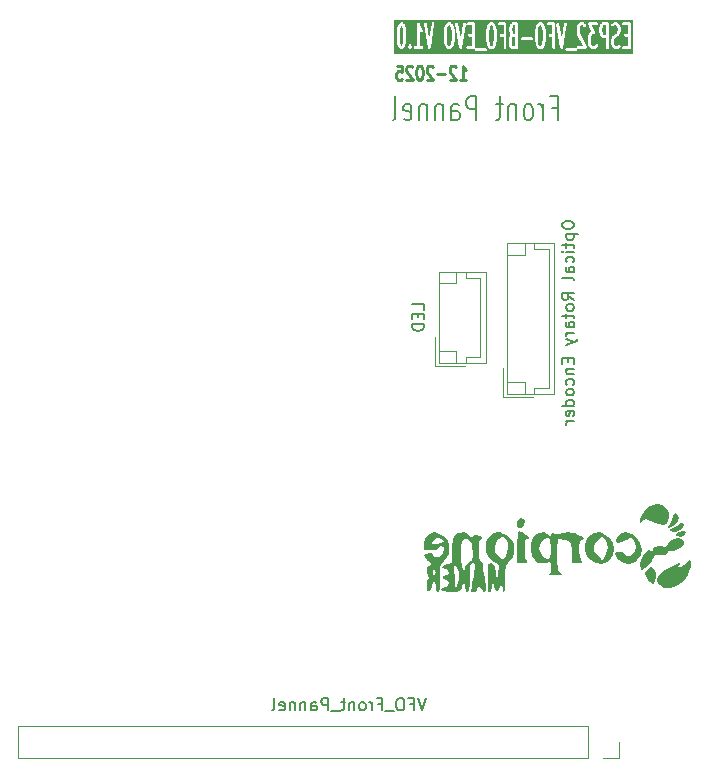
<source format=gbr>
%TF.GenerationSoftware,KiCad,Pcbnew,9.0.4*%
%TF.CreationDate,2025-12-09T23:50:13+01:00*%
%TF.ProjectId,Front Pannel,46726f6e-7420-4506-916e-6e656c2e6b69,rev?*%
%TF.SameCoordinates,Original*%
%TF.FileFunction,Legend,Bot*%
%TF.FilePolarity,Positive*%
%FSLAX46Y46*%
G04 Gerber Fmt 4.6, Leading zero omitted, Abs format (unit mm)*
G04 Created by KiCad (PCBNEW 9.0.4) date 2025-12-09 23:50:13*
%MOMM*%
%LPD*%
G01*
G04 APERTURE LIST*
%ADD10C,0.250000*%
%ADD11C,0.200000*%
%ADD12C,0.225000*%
%ADD13C,0.150000*%
%ADD14C,0.120000*%
%ADD15C,0.000000*%
G04 APERTURE END LIST*
D10*
G36*
X187980713Y-61403344D02*
G01*
X188013124Y-61468167D01*
X188055585Y-61638008D01*
X188101303Y-62003751D01*
X188101303Y-62464373D01*
X188055585Y-62830116D01*
X188013124Y-62999957D01*
X187980712Y-63064782D01*
X187940589Y-63104906D01*
X187900465Y-63064782D01*
X187868053Y-62999957D01*
X187825592Y-62830116D01*
X187779875Y-62464374D01*
X187779875Y-62003751D01*
X187825592Y-61638009D01*
X187868053Y-61468166D01*
X187900464Y-61403345D01*
X187940589Y-61363220D01*
X187980713Y-61403344D01*
G37*
G36*
X192075952Y-61403345D02*
G01*
X192152542Y-61556526D01*
X192196541Y-61908513D01*
X192196541Y-62559611D01*
X192152542Y-62911598D01*
X192075951Y-63064782D01*
X192031670Y-63109063D01*
X191944746Y-63109063D01*
X191900465Y-63064782D01*
X191823873Y-62911597D01*
X191779875Y-62559612D01*
X191779875Y-61908513D01*
X191823873Y-61556526D01*
X191900464Y-61403344D01*
X191944746Y-61359063D01*
X192031670Y-61359063D01*
X192075952Y-61403345D01*
G37*
G36*
X195647381Y-61403345D02*
G01*
X195723971Y-61556526D01*
X195767970Y-61908513D01*
X195767970Y-62559611D01*
X195723971Y-62911598D01*
X195647380Y-63064782D01*
X195603099Y-63109063D01*
X195516175Y-63109063D01*
X195471894Y-63064782D01*
X195395302Y-62911597D01*
X195351304Y-62559612D01*
X195351304Y-61908513D01*
X195395302Y-61556526D01*
X195471893Y-61403344D01*
X195516175Y-61359063D01*
X195603099Y-61359063D01*
X195647381Y-61403345D01*
G37*
G36*
X197577494Y-63109063D02*
G01*
X197373318Y-63109063D01*
X197329037Y-63064782D01*
X197296625Y-62999957D01*
X197256066Y-62837721D01*
X197256066Y-62582785D01*
X197296625Y-62420547D01*
X197323261Y-62367275D01*
X197407008Y-62311444D01*
X197577494Y-62311444D01*
X197577494Y-63109063D01*
G37*
G36*
X197577494Y-62061444D02*
G01*
X197420938Y-62061444D01*
X197376654Y-62017159D01*
X197344244Y-61952340D01*
X197303685Y-61790102D01*
X197303685Y-61630404D01*
X197344244Y-61468166D01*
X197376655Y-61403345D01*
X197420937Y-61359063D01*
X197577494Y-61359063D01*
X197577494Y-62061444D01*
G37*
G36*
X199790238Y-61403345D02*
G01*
X199866828Y-61556526D01*
X199910827Y-61908513D01*
X199910827Y-62559611D01*
X199866828Y-62911598D01*
X199790237Y-63064782D01*
X199745956Y-63109063D01*
X199659032Y-63109063D01*
X199614751Y-63064782D01*
X199538159Y-62911597D01*
X199494161Y-62559612D01*
X199494161Y-61908513D01*
X199538159Y-61556526D01*
X199614750Y-61403344D01*
X199659032Y-61359063D01*
X199745956Y-61359063D01*
X199790238Y-61403345D01*
G37*
G36*
X205244161Y-62156682D02*
G01*
X205039985Y-62156682D01*
X204995704Y-62112401D01*
X204963292Y-62047576D01*
X204922733Y-61885340D01*
X204922733Y-61630404D01*
X204963292Y-61468166D01*
X204995703Y-61403345D01*
X205039985Y-61359063D01*
X205244161Y-61359063D01*
X205244161Y-62156682D01*
G37*
G36*
X207573526Y-63771761D02*
G01*
X187307653Y-63771761D01*
X187307653Y-63400153D01*
X194151325Y-63400153D01*
X194151325Y-63448925D01*
X194169989Y-63493985D01*
X194204477Y-63528473D01*
X194249537Y-63547137D01*
X194273923Y-63549539D01*
X195035828Y-63549539D01*
X195060214Y-63547137D01*
X195105274Y-63528473D01*
X195139762Y-63493985D01*
X195158426Y-63448925D01*
X195158426Y-63400153D01*
X201817992Y-63400153D01*
X201817992Y-63448925D01*
X201836656Y-63493985D01*
X201871144Y-63528473D01*
X201916204Y-63547137D01*
X201940590Y-63549539D01*
X202702495Y-63549539D01*
X202726881Y-63547137D01*
X202771941Y-63528473D01*
X202806429Y-63493985D01*
X202825093Y-63448925D01*
X202825093Y-63400153D01*
X202806429Y-63355093D01*
X202771941Y-63320605D01*
X202726881Y-63301941D01*
X202702495Y-63299539D01*
X201940590Y-63299539D01*
X201916204Y-63301941D01*
X201871144Y-63320605D01*
X201836656Y-63355093D01*
X201817992Y-63400153D01*
X195158426Y-63400153D01*
X195139762Y-63355093D01*
X195105274Y-63320605D01*
X195060214Y-63301941D01*
X195035828Y-63299539D01*
X194273923Y-63299539D01*
X194249537Y-63301941D01*
X194204477Y-63320605D01*
X194169989Y-63355093D01*
X194151325Y-63400153D01*
X187307653Y-63400153D01*
X187307653Y-61995967D01*
X187529875Y-61995967D01*
X187529875Y-62472158D01*
X187530636Y-62479890D01*
X187530840Y-62487662D01*
X187578459Y-62868615D01*
X187580123Y-62875972D01*
X187581226Y-62883427D01*
X187628845Y-63073903D01*
X187629488Y-63075703D01*
X187629552Y-63076601D01*
X187633435Y-63086751D01*
X187637090Y-63096978D01*
X187637625Y-63097700D01*
X187638309Y-63099487D01*
X187685928Y-63194726D01*
X187692537Y-63205225D01*
X187693799Y-63208271D01*
X187696613Y-63211700D01*
X187698982Y-63215463D01*
X187701477Y-63217627D01*
X187709344Y-63227213D01*
X187804582Y-63322451D01*
X187823518Y-63337991D01*
X187823524Y-63337997D01*
X187851291Y-63349498D01*
X187868583Y-63356661D01*
X187868584Y-63356661D01*
X187892970Y-63359063D01*
X187988208Y-63359063D01*
X188012594Y-63356661D01*
X188012595Y-63356661D01*
X188029887Y-63349498D01*
X188057654Y-63337997D01*
X188057659Y-63337991D01*
X188076596Y-63322451D01*
X188171834Y-63227213D01*
X188179697Y-63217630D01*
X188182196Y-63215464D01*
X188184566Y-63211697D01*
X188187379Y-63208271D01*
X188188639Y-63205226D01*
X188195250Y-63194726D01*
X188231017Y-63123191D01*
X188483236Y-63123191D01*
X188484347Y-63138825D01*
X188483236Y-63154459D01*
X188486060Y-63162933D01*
X188486694Y-63171841D01*
X188495452Y-63194727D01*
X188543070Y-63289964D01*
X188545637Y-63294042D01*
X188546279Y-63295967D01*
X188548358Y-63298364D01*
X188549676Y-63300458D01*
X188550940Y-63303509D01*
X188552712Y-63305281D01*
X188556125Y-63310702D01*
X188567965Y-63320971D01*
X188578235Y-63332812D01*
X188582251Y-63334820D01*
X188585428Y-63337997D01*
X188589577Y-63339715D01*
X188592970Y-63342658D01*
X188607838Y-63347614D01*
X188621858Y-63354624D01*
X188626339Y-63354942D01*
X188630488Y-63356661D01*
X188634980Y-63356661D01*
X188639240Y-63358081D01*
X188654866Y-63356970D01*
X188670508Y-63358082D01*
X188674771Y-63356661D01*
X188679260Y-63356661D01*
X188683411Y-63354941D01*
X188687890Y-63354623D01*
X188701903Y-63347616D01*
X188716778Y-63342658D01*
X188720170Y-63339715D01*
X188724320Y-63337997D01*
X188727497Y-63334819D01*
X188731513Y-63332812D01*
X188741782Y-63320971D01*
X188753623Y-63310702D01*
X188757034Y-63305282D01*
X188758808Y-63303509D01*
X188760071Y-63300457D01*
X188761389Y-63298365D01*
X188763469Y-63295967D01*
X188764110Y-63294041D01*
X188766677Y-63289965D01*
X188806821Y-63209677D01*
X188960848Y-63209677D01*
X188960848Y-63258449D01*
X188979512Y-63303509D01*
X189014000Y-63337997D01*
X189059060Y-63356661D01*
X189083446Y-63359063D01*
X189654874Y-63359063D01*
X189679260Y-63356661D01*
X189724320Y-63337997D01*
X189758808Y-63303509D01*
X189777472Y-63258449D01*
X189777472Y-63209677D01*
X189758808Y-63164617D01*
X189724320Y-63130129D01*
X189679260Y-63111465D01*
X189654874Y-63109063D01*
X189494160Y-63109063D01*
X189494160Y-61821553D01*
X189566486Y-61893879D01*
X189585428Y-61909424D01*
X189630487Y-61928089D01*
X189679261Y-61928089D01*
X189724320Y-61909424D01*
X189758807Y-61874937D01*
X189777472Y-61829878D01*
X189777472Y-61781104D01*
X189758807Y-61736045D01*
X189743262Y-61717103D01*
X189662368Y-61636209D01*
X189580172Y-61471818D01*
X189499621Y-61230164D01*
X189815650Y-61230164D01*
X189817290Y-61254613D01*
X190150623Y-63254612D01*
X190157001Y-63278272D01*
X190159093Y-63281624D01*
X190159985Y-63285477D01*
X190171938Y-63302212D01*
X190182819Y-63319650D01*
X190186034Y-63321946D01*
X190188334Y-63325166D01*
X190205783Y-63336053D01*
X190222507Y-63347999D01*
X190226358Y-63348890D01*
X190229713Y-63350984D01*
X190249996Y-63354364D01*
X190270023Y-63359002D01*
X190273921Y-63358352D01*
X190277821Y-63359002D01*
X190297861Y-63354361D01*
X190318131Y-63350983D01*
X190321481Y-63348892D01*
X190325336Y-63348000D01*
X190342071Y-63336045D01*
X190359510Y-63325166D01*
X190361807Y-63321948D01*
X190365025Y-63319651D01*
X190375908Y-63302208D01*
X190387859Y-63285477D01*
X190388750Y-63281625D01*
X190390843Y-63278272D01*
X190397221Y-63254613D01*
X190622868Y-61900729D01*
X191529875Y-61900729D01*
X191529875Y-62567396D01*
X191530636Y-62575128D01*
X191530840Y-62582900D01*
X191578459Y-62963853D01*
X191581709Y-62978216D01*
X191581933Y-62981364D01*
X191583128Y-62984487D01*
X191583867Y-62987752D01*
X191585427Y-62990496D01*
X191590690Y-63004249D01*
X191685929Y-63194727D01*
X191692536Y-63205223D01*
X191693799Y-63208271D01*
X191696615Y-63211702D01*
X191698983Y-63215464D01*
X191701477Y-63217627D01*
X191709344Y-63227213D01*
X191804582Y-63322451D01*
X191823518Y-63337991D01*
X191823524Y-63337997D01*
X191851291Y-63349498D01*
X191868583Y-63356661D01*
X191868584Y-63356661D01*
X191892970Y-63359063D01*
X192083446Y-63359063D01*
X192107832Y-63356661D01*
X192107833Y-63356661D01*
X192125125Y-63349498D01*
X192152892Y-63337997D01*
X192152897Y-63337991D01*
X192171834Y-63322451D01*
X192267072Y-63227213D01*
X192274938Y-63217627D01*
X192277433Y-63215464D01*
X192279801Y-63211702D01*
X192282617Y-63208271D01*
X192283878Y-63205224D01*
X192290488Y-63194726D01*
X192385726Y-63004249D01*
X192390987Y-62990497D01*
X192392549Y-62987752D01*
X192393288Y-62984486D01*
X192394483Y-62981363D01*
X192394706Y-62978216D01*
X192397957Y-62963852D01*
X192445576Y-62582900D01*
X192445779Y-62575128D01*
X192446541Y-62567396D01*
X192446541Y-61900729D01*
X192445779Y-61892996D01*
X192445576Y-61885225D01*
X192397957Y-61504273D01*
X192394706Y-61489908D01*
X192394483Y-61486761D01*
X192393287Y-61483636D01*
X192392549Y-61480373D01*
X192390988Y-61477628D01*
X192385726Y-61463876D01*
X192290487Y-61273399D01*
X192283879Y-61262902D01*
X192282617Y-61259855D01*
X192279800Y-61256423D01*
X192277433Y-61252662D01*
X192274938Y-61250498D01*
X192267072Y-61240913D01*
X192256323Y-61230164D01*
X192482317Y-61230164D01*
X192483957Y-61254613D01*
X192817290Y-63254612D01*
X192823668Y-63278272D01*
X192825760Y-63281624D01*
X192826652Y-63285477D01*
X192838605Y-63302212D01*
X192849486Y-63319650D01*
X192852701Y-63321946D01*
X192855001Y-63325166D01*
X192872450Y-63336053D01*
X192889174Y-63347999D01*
X192893025Y-63348890D01*
X192896380Y-63350984D01*
X192916663Y-63354364D01*
X192936690Y-63359002D01*
X192940588Y-63358352D01*
X192944488Y-63359002D01*
X192964528Y-63354361D01*
X192984798Y-63350983D01*
X192988148Y-63348892D01*
X192992003Y-63348000D01*
X193008738Y-63336045D01*
X193026177Y-63325166D01*
X193028474Y-63321948D01*
X193031692Y-63319651D01*
X193042575Y-63302208D01*
X193054526Y-63285477D01*
X193055417Y-63281625D01*
X193057510Y-63278272D01*
X193063888Y-63254613D01*
X193397221Y-61254613D01*
X193398861Y-61230164D01*
X193394117Y-61209677D01*
X193437039Y-61209677D01*
X193437039Y-61258449D01*
X193455703Y-61303509D01*
X193490191Y-61337997D01*
X193535251Y-61356661D01*
X193559637Y-61359063D01*
X193910827Y-61359063D01*
X193910827Y-62061444D01*
X193702494Y-62061444D01*
X193678108Y-62063846D01*
X193633048Y-62082510D01*
X193598560Y-62116998D01*
X193579896Y-62162058D01*
X193579896Y-62210830D01*
X193598560Y-62255890D01*
X193633048Y-62290378D01*
X193678108Y-62309042D01*
X193702494Y-62311444D01*
X193910827Y-62311444D01*
X193910827Y-63109063D01*
X193559637Y-63109063D01*
X193535251Y-63111465D01*
X193490191Y-63130129D01*
X193455703Y-63164617D01*
X193437039Y-63209677D01*
X193437039Y-63258449D01*
X193455703Y-63303509D01*
X193490191Y-63337997D01*
X193535251Y-63356661D01*
X193559637Y-63359063D01*
X194035827Y-63359063D01*
X194060213Y-63356661D01*
X194105273Y-63337997D01*
X194139761Y-63303509D01*
X194158425Y-63258449D01*
X194160827Y-63234063D01*
X194160827Y-61900729D01*
X195101304Y-61900729D01*
X195101304Y-62567396D01*
X195102065Y-62575128D01*
X195102269Y-62582900D01*
X195149888Y-62963853D01*
X195153138Y-62978216D01*
X195153362Y-62981364D01*
X195154557Y-62984487D01*
X195155296Y-62987752D01*
X195156856Y-62990496D01*
X195162119Y-63004249D01*
X195257358Y-63194727D01*
X195263965Y-63205223D01*
X195265228Y-63208271D01*
X195268044Y-63211702D01*
X195270412Y-63215464D01*
X195272906Y-63217627D01*
X195280773Y-63227213D01*
X195376011Y-63322451D01*
X195394947Y-63337991D01*
X195394953Y-63337997D01*
X195422720Y-63349498D01*
X195440012Y-63356661D01*
X195440013Y-63356661D01*
X195464399Y-63359063D01*
X195654875Y-63359063D01*
X195679261Y-63356661D01*
X195679262Y-63356661D01*
X195696554Y-63349498D01*
X195724321Y-63337997D01*
X195724326Y-63337991D01*
X195743263Y-63322451D01*
X195838501Y-63227213D01*
X195846367Y-63217627D01*
X195848862Y-63215464D01*
X195851230Y-63211702D01*
X195854046Y-63208271D01*
X195855307Y-63205224D01*
X195861917Y-63194726D01*
X195957155Y-63004249D01*
X195962416Y-62990497D01*
X195963978Y-62987752D01*
X195964717Y-62984486D01*
X195965912Y-62981363D01*
X195966135Y-62978216D01*
X195969386Y-62963852D01*
X196017005Y-62582900D01*
X196017208Y-62575128D01*
X196017970Y-62567396D01*
X196017970Y-61900729D01*
X196017208Y-61892996D01*
X196017005Y-61885225D01*
X195969386Y-61504273D01*
X195966135Y-61489908D01*
X195965912Y-61486761D01*
X195964716Y-61483636D01*
X195963978Y-61480373D01*
X195962417Y-61477628D01*
X195957155Y-61463876D01*
X195861916Y-61273399D01*
X195855308Y-61262902D01*
X195854046Y-61259855D01*
X195851229Y-61256423D01*
X195848862Y-61252662D01*
X195846367Y-61250498D01*
X195838501Y-61240913D01*
X195807265Y-61209677D01*
X196103706Y-61209677D01*
X196103706Y-61258449D01*
X196122370Y-61303509D01*
X196156858Y-61337997D01*
X196201918Y-61356661D01*
X196226304Y-61359063D01*
X196577494Y-61359063D01*
X196577494Y-62061444D01*
X196369161Y-62061444D01*
X196344775Y-62063846D01*
X196299715Y-62082510D01*
X196265227Y-62116998D01*
X196246563Y-62162058D01*
X196246563Y-62210830D01*
X196265227Y-62255890D01*
X196299715Y-62290378D01*
X196344775Y-62309042D01*
X196369161Y-62311444D01*
X196577494Y-62311444D01*
X196577494Y-63234063D01*
X196579896Y-63258449D01*
X196598560Y-63303509D01*
X196633048Y-63337997D01*
X196678108Y-63356661D01*
X196726880Y-63356661D01*
X196771940Y-63337997D01*
X196806428Y-63303509D01*
X196825092Y-63258449D01*
X196827494Y-63234063D01*
X196827494Y-62567396D01*
X197006066Y-62567396D01*
X197006066Y-62853110D01*
X197006485Y-62857364D01*
X197006214Y-62859186D01*
X197007563Y-62868314D01*
X197008468Y-62877496D01*
X197009172Y-62879197D01*
X197009798Y-62883427D01*
X197057417Y-63073903D01*
X197058060Y-63075703D01*
X197058124Y-63076601D01*
X197062007Y-63086751D01*
X197065662Y-63096978D01*
X197066197Y-63097700D01*
X197066881Y-63099487D01*
X197114500Y-63194726D01*
X197121109Y-63205225D01*
X197122371Y-63208271D01*
X197125185Y-63211700D01*
X197127554Y-63215463D01*
X197130049Y-63217627D01*
X197137916Y-63227213D01*
X197233154Y-63322451D01*
X197252090Y-63337991D01*
X197252096Y-63337997D01*
X197279863Y-63349498D01*
X197297155Y-63356661D01*
X197297156Y-63356661D01*
X197321542Y-63359063D01*
X197702494Y-63359063D01*
X197726880Y-63356661D01*
X197771940Y-63337997D01*
X197806428Y-63303509D01*
X197825092Y-63258449D01*
X197827494Y-63234063D01*
X197827494Y-62447772D01*
X198056087Y-62447772D01*
X198056087Y-62496544D01*
X198074751Y-62541604D01*
X198109239Y-62576092D01*
X198154299Y-62594756D01*
X198178685Y-62597158D01*
X198940589Y-62597158D01*
X198964975Y-62594756D01*
X199010035Y-62576092D01*
X199044523Y-62541604D01*
X199063187Y-62496544D01*
X199063187Y-62447772D01*
X199044523Y-62402712D01*
X199010035Y-62368224D01*
X198964975Y-62349560D01*
X198940589Y-62347158D01*
X198178685Y-62347158D01*
X198154299Y-62349560D01*
X198109239Y-62368224D01*
X198074751Y-62402712D01*
X198056087Y-62447772D01*
X197827494Y-62447772D01*
X197827494Y-61900729D01*
X199244161Y-61900729D01*
X199244161Y-62567396D01*
X199244922Y-62575128D01*
X199245126Y-62582900D01*
X199292745Y-62963853D01*
X199295995Y-62978216D01*
X199296219Y-62981364D01*
X199297414Y-62984487D01*
X199298153Y-62987752D01*
X199299713Y-62990496D01*
X199304976Y-63004249D01*
X199400215Y-63194727D01*
X199406822Y-63205223D01*
X199408085Y-63208271D01*
X199410901Y-63211702D01*
X199413269Y-63215464D01*
X199415763Y-63217627D01*
X199423630Y-63227213D01*
X199518868Y-63322451D01*
X199537804Y-63337991D01*
X199537810Y-63337997D01*
X199565577Y-63349498D01*
X199582869Y-63356661D01*
X199582870Y-63356661D01*
X199607256Y-63359063D01*
X199797732Y-63359063D01*
X199822118Y-63356661D01*
X199822119Y-63356661D01*
X199839411Y-63349498D01*
X199867178Y-63337997D01*
X199867183Y-63337991D01*
X199886120Y-63322451D01*
X199981358Y-63227213D01*
X199989224Y-63217627D01*
X199991719Y-63215464D01*
X199994087Y-63211702D01*
X199996903Y-63208271D01*
X199998164Y-63205224D01*
X200004774Y-63194726D01*
X200100012Y-63004249D01*
X200105273Y-62990497D01*
X200106835Y-62987752D01*
X200107574Y-62984486D01*
X200108769Y-62981363D01*
X200108992Y-62978216D01*
X200112243Y-62963852D01*
X200159862Y-62582900D01*
X200160065Y-62575128D01*
X200160827Y-62567396D01*
X200160827Y-61900729D01*
X200160065Y-61892996D01*
X200159862Y-61885225D01*
X200112243Y-61504273D01*
X200108992Y-61489908D01*
X200108769Y-61486761D01*
X200107573Y-61483636D01*
X200106835Y-61480373D01*
X200105274Y-61477628D01*
X200100012Y-61463876D01*
X200004773Y-61273399D01*
X199998165Y-61262902D01*
X199996903Y-61259855D01*
X199994086Y-61256423D01*
X199991719Y-61252662D01*
X199989224Y-61250498D01*
X199981358Y-61240913D01*
X199950122Y-61209677D01*
X200246563Y-61209677D01*
X200246563Y-61258449D01*
X200265227Y-61303509D01*
X200299715Y-61337997D01*
X200344775Y-61356661D01*
X200369161Y-61359063D01*
X200720351Y-61359063D01*
X200720351Y-62061444D01*
X200512018Y-62061444D01*
X200487632Y-62063846D01*
X200442572Y-62082510D01*
X200408084Y-62116998D01*
X200389420Y-62162058D01*
X200389420Y-62210830D01*
X200408084Y-62255890D01*
X200442572Y-62290378D01*
X200487632Y-62309042D01*
X200512018Y-62311444D01*
X200720351Y-62311444D01*
X200720351Y-63234063D01*
X200722753Y-63258449D01*
X200741417Y-63303509D01*
X200775905Y-63337997D01*
X200820965Y-63356661D01*
X200869737Y-63356661D01*
X200914797Y-63337997D01*
X200949285Y-63303509D01*
X200967949Y-63258449D01*
X200970351Y-63234063D01*
X200970351Y-61234063D01*
X200969967Y-61230164D01*
X201053746Y-61230164D01*
X201055386Y-61254613D01*
X201388719Y-63254612D01*
X201395097Y-63278272D01*
X201397189Y-63281624D01*
X201398081Y-63285477D01*
X201410034Y-63302212D01*
X201420915Y-63319650D01*
X201424130Y-63321946D01*
X201426430Y-63325166D01*
X201443879Y-63336053D01*
X201460603Y-63347999D01*
X201464454Y-63348890D01*
X201467809Y-63350984D01*
X201488092Y-63354364D01*
X201508119Y-63359002D01*
X201512017Y-63358352D01*
X201515917Y-63359002D01*
X201535957Y-63354361D01*
X201556227Y-63350983D01*
X201559577Y-63348892D01*
X201563432Y-63348000D01*
X201580167Y-63336045D01*
X201597606Y-63325166D01*
X201599903Y-63321948D01*
X201603121Y-63319651D01*
X201614004Y-63302208D01*
X201625955Y-63285477D01*
X201626846Y-63281625D01*
X201628939Y-63278272D01*
X201635317Y-63254613D01*
X201908583Y-61615015D01*
X202767971Y-61615015D01*
X202767971Y-61805491D01*
X202768982Y-61815756D01*
X202769672Y-61826041D01*
X202817291Y-62111755D01*
X202819806Y-62121084D01*
X202820029Y-62124221D01*
X202822135Y-62129725D01*
X202823669Y-62135414D01*
X202825332Y-62138080D01*
X202828787Y-62147107D01*
X203309764Y-63109063D01*
X202892971Y-63109063D01*
X202868585Y-63111465D01*
X202823525Y-63130129D01*
X202789037Y-63164617D01*
X202770373Y-63209677D01*
X202770373Y-63258449D01*
X202789037Y-63303509D01*
X202823525Y-63337997D01*
X202868585Y-63356661D01*
X202892971Y-63359063D01*
X203512018Y-63359063D01*
X203536404Y-63356661D01*
X203540552Y-63354942D01*
X203545034Y-63354624D01*
X203562957Y-63345662D01*
X203581464Y-63337997D01*
X203584639Y-63334821D01*
X203588657Y-63332813D01*
X203601788Y-63317672D01*
X203615952Y-63303509D01*
X203617670Y-63299361D01*
X203620613Y-63295968D01*
X203626951Y-63276954D01*
X203634616Y-63258449D01*
X203634616Y-63253959D01*
X203636037Y-63249697D01*
X203634616Y-63229705D01*
X203634616Y-63209677D01*
X203632897Y-63205528D01*
X203632579Y-63201047D01*
X203623822Y-63178162D01*
X203223201Y-62376920D01*
X203720352Y-62376920D01*
X203720352Y-62853110D01*
X203720771Y-62857364D01*
X203720500Y-62859186D01*
X203721849Y-62868314D01*
X203722754Y-62877496D01*
X203723458Y-62879197D01*
X203724084Y-62883427D01*
X203771703Y-63073903D01*
X203772346Y-63075703D01*
X203772410Y-63076601D01*
X203776293Y-63086751D01*
X203779948Y-63096978D01*
X203780483Y-63097700D01*
X203781167Y-63099487D01*
X203828786Y-63194726D01*
X203835395Y-63205225D01*
X203836657Y-63208271D01*
X203839471Y-63211700D01*
X203841840Y-63215463D01*
X203844335Y-63217627D01*
X203852202Y-63227213D01*
X203947440Y-63322451D01*
X203966376Y-63337991D01*
X203966382Y-63337997D01*
X203994149Y-63349498D01*
X204011441Y-63356661D01*
X204011442Y-63356661D01*
X204035828Y-63359063D01*
X204321542Y-63359063D01*
X204345928Y-63356661D01*
X204345929Y-63356661D01*
X204363221Y-63349498D01*
X204390988Y-63337997D01*
X204390993Y-63337991D01*
X204409930Y-63322451D01*
X204505168Y-63227213D01*
X204513031Y-63217630D01*
X204515530Y-63215464D01*
X204517900Y-63211697D01*
X204520713Y-63208271D01*
X204521973Y-63205226D01*
X204528584Y-63194726D01*
X204576203Y-63099487D01*
X204584960Y-63076602D01*
X204588417Y-63027952D01*
X204572994Y-62981682D01*
X204541037Y-62944837D01*
X204497414Y-62923025D01*
X204448765Y-62919568D01*
X204402494Y-62934991D01*
X204365649Y-62966948D01*
X204352595Y-62987685D01*
X204314046Y-63064782D01*
X204269766Y-63109063D01*
X204087604Y-63109063D01*
X204043323Y-63064782D01*
X204010911Y-62999957D01*
X203970352Y-62837721D01*
X203970352Y-62392309D01*
X204010911Y-62230072D01*
X204043323Y-62165247D01*
X204087604Y-62120967D01*
X204178685Y-62120967D01*
X204203071Y-62118565D01*
X204204230Y-62118084D01*
X204205483Y-62118060D01*
X204226706Y-62108774D01*
X204248131Y-62099901D01*
X204249017Y-62099014D01*
X204250166Y-62098512D01*
X204266233Y-62081798D01*
X204282619Y-62065413D01*
X204283098Y-62064255D01*
X204283967Y-62063352D01*
X204292413Y-62041765D01*
X204301283Y-62020353D01*
X204301283Y-62019099D01*
X204301740Y-62017932D01*
X204301283Y-61994767D01*
X204301283Y-61971581D01*
X204300802Y-61970421D01*
X204300778Y-61969169D01*
X204293205Y-61945865D01*
X204148458Y-61615015D01*
X204672733Y-61615015D01*
X204672733Y-61900729D01*
X204673152Y-61904983D01*
X204672881Y-61906805D01*
X204674230Y-61915933D01*
X204675135Y-61925115D01*
X204675839Y-61926816D01*
X204676465Y-61931046D01*
X204724084Y-62121522D01*
X204724727Y-62123322D01*
X204724791Y-62124220D01*
X204728674Y-62134370D01*
X204732329Y-62144597D01*
X204732864Y-62145319D01*
X204733548Y-62147106D01*
X204781167Y-62242345D01*
X204787776Y-62252844D01*
X204789038Y-62255890D01*
X204791852Y-62259319D01*
X204794221Y-62263082D01*
X204796716Y-62265246D01*
X204804583Y-62274832D01*
X204899821Y-62370070D01*
X204918757Y-62385610D01*
X204918763Y-62385616D01*
X204946530Y-62397117D01*
X204963822Y-62404280D01*
X204963823Y-62404280D01*
X204988209Y-62406682D01*
X205244161Y-62406682D01*
X205244161Y-63234063D01*
X205246563Y-63258449D01*
X205265227Y-63303509D01*
X205299715Y-63337997D01*
X205344775Y-63356661D01*
X205393547Y-63356661D01*
X205438607Y-63337997D01*
X205473095Y-63303509D01*
X205491759Y-63258449D01*
X205494161Y-63234063D01*
X205494161Y-61329171D01*
X205672733Y-61329171D01*
X205682198Y-61377016D01*
X205709252Y-61417597D01*
X205749776Y-61444736D01*
X205797603Y-61454301D01*
X205845448Y-61444836D01*
X205867071Y-61433307D01*
X205978437Y-61359063D01*
X206126909Y-61359063D01*
X206171190Y-61403344D01*
X206203601Y-61468167D01*
X206244161Y-61630404D01*
X206244161Y-61790102D01*
X206203601Y-61952338D01*
X206171191Y-62017159D01*
X206104639Y-62083712D01*
X205932307Y-62169879D01*
X205921810Y-62176486D01*
X205918763Y-62177749D01*
X205915331Y-62180565D01*
X205911570Y-62182933D01*
X205909406Y-62185427D01*
X205899821Y-62193294D01*
X205804583Y-62288532D01*
X205796716Y-62298117D01*
X205794222Y-62300281D01*
X205791853Y-62304042D01*
X205789038Y-62307474D01*
X205787776Y-62310520D01*
X205781167Y-62321019D01*
X205733549Y-62416256D01*
X205732865Y-62418041D01*
X205732329Y-62418766D01*
X205728673Y-62428995D01*
X205724791Y-62439142D01*
X205724727Y-62440041D01*
X205724084Y-62441841D01*
X205676465Y-62632317D01*
X205675839Y-62636546D01*
X205675135Y-62638248D01*
X205674230Y-62647429D01*
X205672881Y-62656558D01*
X205673152Y-62658379D01*
X205672733Y-62662634D01*
X205672733Y-62853110D01*
X205673152Y-62857364D01*
X205672881Y-62859186D01*
X205674230Y-62868314D01*
X205675135Y-62877496D01*
X205675839Y-62879197D01*
X205676465Y-62883427D01*
X205724084Y-63073903D01*
X205724727Y-63075703D01*
X205724791Y-63076601D01*
X205728674Y-63086751D01*
X205732329Y-63096978D01*
X205732864Y-63097700D01*
X205733548Y-63099487D01*
X205781167Y-63194726D01*
X205787776Y-63205225D01*
X205789038Y-63208271D01*
X205791852Y-63211700D01*
X205794221Y-63215463D01*
X205796716Y-63217627D01*
X205804583Y-63227213D01*
X205899821Y-63322451D01*
X205918757Y-63337991D01*
X205918763Y-63337997D01*
X205946530Y-63349498D01*
X205963822Y-63356661D01*
X205963823Y-63356661D01*
X205988209Y-63359063D01*
X206226174Y-63359063D01*
X206226304Y-63359063D01*
X206250690Y-63356661D01*
X206262003Y-63351975D01*
X206274019Y-63349598D01*
X206295642Y-63338069D01*
X206438499Y-63242831D01*
X206457457Y-63227306D01*
X206484596Y-63186781D01*
X206494161Y-63138955D01*
X206484696Y-63091110D01*
X206457642Y-63050529D01*
X206417118Y-63023390D01*
X206369292Y-63013825D01*
X206321446Y-63023290D01*
X206299824Y-63034819D01*
X206188457Y-63109063D01*
X206039985Y-63109063D01*
X205995704Y-63064782D01*
X205963292Y-62999957D01*
X205922733Y-62837721D01*
X205922733Y-62678023D01*
X205963292Y-62515785D01*
X205995703Y-62450964D01*
X206062253Y-62384414D01*
X206234587Y-62298247D01*
X206245081Y-62291640D01*
X206248132Y-62290377D01*
X206251566Y-62287558D01*
X206255324Y-62285193D01*
X206257485Y-62282701D01*
X206267074Y-62274832D01*
X206362312Y-62179593D01*
X206370180Y-62170004D01*
X206372672Y-62167844D01*
X206375036Y-62164087D01*
X206377857Y-62160651D01*
X206379121Y-62157599D01*
X206385726Y-62147107D01*
X206433345Y-62051869D01*
X206434028Y-62050083D01*
X206434565Y-62049359D01*
X206438220Y-62039129D01*
X206442103Y-62028983D01*
X206442166Y-62028083D01*
X206442810Y-62026284D01*
X206490429Y-61835808D01*
X206491054Y-61831578D01*
X206491759Y-61829877D01*
X206492663Y-61820697D01*
X206494013Y-61811568D01*
X206493741Y-61809745D01*
X206494161Y-61805491D01*
X206494161Y-61615015D01*
X206493741Y-61610760D01*
X206494013Y-61608938D01*
X206492663Y-61599808D01*
X206491759Y-61590629D01*
X206491054Y-61588927D01*
X206490429Y-61584698D01*
X206442810Y-61394222D01*
X206442166Y-61392422D01*
X206442103Y-61391523D01*
X206438220Y-61381376D01*
X206434565Y-61371147D01*
X206434028Y-61370422D01*
X206433345Y-61368637D01*
X206385726Y-61273399D01*
X206379118Y-61262902D01*
X206377856Y-61259855D01*
X206375039Y-61256423D01*
X206372672Y-61252662D01*
X206370177Y-61250498D01*
X206362311Y-61240913D01*
X206331075Y-61209677D01*
X206627516Y-61209677D01*
X206627516Y-61258449D01*
X206646180Y-61303509D01*
X206680668Y-61337997D01*
X206725728Y-61356661D01*
X206750114Y-61359063D01*
X207101304Y-61359063D01*
X207101304Y-62061444D01*
X206892971Y-62061444D01*
X206868585Y-62063846D01*
X206823525Y-62082510D01*
X206789037Y-62116998D01*
X206770373Y-62162058D01*
X206770373Y-62210830D01*
X206789037Y-62255890D01*
X206823525Y-62290378D01*
X206868585Y-62309042D01*
X206892971Y-62311444D01*
X207101304Y-62311444D01*
X207101304Y-63109063D01*
X206750114Y-63109063D01*
X206725728Y-63111465D01*
X206680668Y-63130129D01*
X206646180Y-63164617D01*
X206627516Y-63209677D01*
X206627516Y-63258449D01*
X206646180Y-63303509D01*
X206680668Y-63337997D01*
X206725728Y-63356661D01*
X206750114Y-63359063D01*
X207226304Y-63359063D01*
X207250690Y-63356661D01*
X207295750Y-63337997D01*
X207330238Y-63303509D01*
X207348902Y-63258449D01*
X207351304Y-63234063D01*
X207351304Y-61234063D01*
X207348902Y-61209677D01*
X207330238Y-61164617D01*
X207295750Y-61130129D01*
X207250690Y-61111465D01*
X207226304Y-61109063D01*
X206750114Y-61109063D01*
X206725728Y-61111465D01*
X206680668Y-61130129D01*
X206646180Y-61164617D01*
X206627516Y-61209677D01*
X206331075Y-61209677D01*
X206267073Y-61145675D01*
X206248136Y-61130134D01*
X206248131Y-61130129D01*
X206216269Y-61116931D01*
X206203072Y-61111465D01*
X206203071Y-61111465D01*
X206178685Y-61109063D01*
X205940590Y-61109063D01*
X205916204Y-61111465D01*
X205904890Y-61116151D01*
X205892875Y-61118528D01*
X205871253Y-61130057D01*
X205871146Y-61130127D01*
X205871144Y-61130129D01*
X205871142Y-61130130D01*
X205728395Y-61225295D01*
X205709437Y-61240820D01*
X205682298Y-61281344D01*
X205672733Y-61329171D01*
X205494161Y-61329171D01*
X205494161Y-61234063D01*
X205491759Y-61209677D01*
X205473095Y-61164617D01*
X205438607Y-61130129D01*
X205393547Y-61111465D01*
X205369161Y-61109063D01*
X204988209Y-61109063D01*
X204963823Y-61111465D01*
X204963822Y-61111465D01*
X204950624Y-61116931D01*
X204918763Y-61130129D01*
X204918757Y-61130134D01*
X204899821Y-61145675D01*
X204804583Y-61240913D01*
X204796716Y-61250498D01*
X204794222Y-61252662D01*
X204791853Y-61256423D01*
X204789038Y-61259855D01*
X204787776Y-61262901D01*
X204781167Y-61273400D01*
X204733549Y-61368637D01*
X204732865Y-61370422D01*
X204732329Y-61371147D01*
X204728673Y-61381376D01*
X204724791Y-61391523D01*
X204724727Y-61392422D01*
X204724084Y-61394222D01*
X204676465Y-61584698D01*
X204675839Y-61588927D01*
X204675135Y-61590629D01*
X204674230Y-61599810D01*
X204672881Y-61608939D01*
X204673152Y-61610760D01*
X204672733Y-61615015D01*
X204148458Y-61615015D01*
X204036479Y-61359063D01*
X204464399Y-61359063D01*
X204488785Y-61356661D01*
X204533845Y-61337997D01*
X204568333Y-61303509D01*
X204586997Y-61258449D01*
X204586997Y-61209677D01*
X204568333Y-61164617D01*
X204533845Y-61130129D01*
X204488785Y-61111465D01*
X204464399Y-61109063D01*
X203845352Y-61109063D01*
X203820966Y-61111465D01*
X203819806Y-61111945D01*
X203818554Y-61111970D01*
X203797330Y-61121255D01*
X203775906Y-61130129D01*
X203775019Y-61131015D01*
X203773871Y-61131518D01*
X203757803Y-61148231D01*
X203741418Y-61164617D01*
X203740938Y-61165774D01*
X203740070Y-61166678D01*
X203731623Y-61188264D01*
X203722754Y-61209677D01*
X203722754Y-61210930D01*
X203722297Y-61212098D01*
X203722754Y-61235262D01*
X203722754Y-61258449D01*
X203723234Y-61259608D01*
X203723259Y-61260861D01*
X203730832Y-61284165D01*
X203992111Y-61881375D01*
X203966382Y-61892033D01*
X203966376Y-61892038D01*
X203947440Y-61907579D01*
X203852202Y-62002817D01*
X203844335Y-62012402D01*
X203841840Y-62014567D01*
X203839471Y-62018329D01*
X203836657Y-62021759D01*
X203835395Y-62024804D01*
X203828786Y-62035304D01*
X203781167Y-62130543D01*
X203780483Y-62132329D01*
X203779948Y-62133052D01*
X203776293Y-62143278D01*
X203772410Y-62153429D01*
X203772346Y-62154326D01*
X203771703Y-62156127D01*
X203724084Y-62346603D01*
X203723458Y-62350832D01*
X203722754Y-62352534D01*
X203721849Y-62361715D01*
X203720500Y-62370844D01*
X203720771Y-62372665D01*
X203720352Y-62376920D01*
X203223201Y-62376920D01*
X203060799Y-62052115D01*
X203017971Y-61795147D01*
X203017971Y-61630404D01*
X203058530Y-61468166D01*
X203090941Y-61403345D01*
X203135223Y-61359063D01*
X203269766Y-61359063D01*
X203314047Y-61403344D01*
X203352595Y-61480440D01*
X203365650Y-61501178D01*
X203402495Y-61533134D01*
X203448765Y-61548557D01*
X203497415Y-61545099D01*
X203541038Y-61523288D01*
X203572994Y-61486443D01*
X203588417Y-61440172D01*
X203584960Y-61391523D01*
X203576202Y-61368637D01*
X203528583Y-61273399D01*
X203521975Y-61262902D01*
X203520713Y-61259855D01*
X203517896Y-61256423D01*
X203515529Y-61252662D01*
X203513034Y-61250498D01*
X203505168Y-61240913D01*
X203409930Y-61145675D01*
X203390993Y-61130134D01*
X203390988Y-61130129D01*
X203359126Y-61116931D01*
X203345929Y-61111465D01*
X203345928Y-61111465D01*
X203321542Y-61109063D01*
X203083447Y-61109063D01*
X203059061Y-61111465D01*
X203059060Y-61111465D01*
X203045862Y-61116931D01*
X203014001Y-61130129D01*
X203013995Y-61130134D01*
X202995059Y-61145675D01*
X202899821Y-61240913D01*
X202891954Y-61250498D01*
X202889460Y-61252662D01*
X202887091Y-61256423D01*
X202884276Y-61259855D01*
X202883014Y-61262901D01*
X202876405Y-61273400D01*
X202828787Y-61368637D01*
X202828103Y-61370422D01*
X202827567Y-61371147D01*
X202823911Y-61381376D01*
X202820029Y-61391523D01*
X202819965Y-61392422D01*
X202819322Y-61394222D01*
X202771703Y-61584698D01*
X202771077Y-61588927D01*
X202770373Y-61590629D01*
X202769468Y-61599810D01*
X202768119Y-61608939D01*
X202768390Y-61610760D01*
X202767971Y-61615015D01*
X201908583Y-61615015D01*
X201968650Y-61254613D01*
X201970290Y-61230164D01*
X201959288Y-61182649D01*
X201930939Y-61142960D01*
X201889560Y-61117143D01*
X201841452Y-61109124D01*
X201793936Y-61120127D01*
X201754248Y-61148476D01*
X201728430Y-61189854D01*
X201722052Y-61213514D01*
X201512018Y-62473718D01*
X201301984Y-61213513D01*
X201295606Y-61189854D01*
X201269788Y-61148475D01*
X201230099Y-61120126D01*
X201182584Y-61109124D01*
X201134476Y-61117142D01*
X201093097Y-61142960D01*
X201064748Y-61182649D01*
X201053746Y-61230164D01*
X200969967Y-61230164D01*
X200967949Y-61209677D01*
X200949285Y-61164617D01*
X200914797Y-61130129D01*
X200869737Y-61111465D01*
X200845351Y-61109063D01*
X200369161Y-61109063D01*
X200344775Y-61111465D01*
X200299715Y-61130129D01*
X200265227Y-61164617D01*
X200246563Y-61209677D01*
X199950122Y-61209677D01*
X199886120Y-61145675D01*
X199867183Y-61130134D01*
X199867178Y-61130129D01*
X199835316Y-61116931D01*
X199822119Y-61111465D01*
X199822118Y-61111465D01*
X199797732Y-61109063D01*
X199607256Y-61109063D01*
X199582870Y-61111465D01*
X199582869Y-61111465D01*
X199569671Y-61116931D01*
X199537810Y-61130129D01*
X199537804Y-61130134D01*
X199518868Y-61145675D01*
X199423630Y-61240913D01*
X199415763Y-61250498D01*
X199413269Y-61252662D01*
X199410901Y-61256423D01*
X199408085Y-61259855D01*
X199406822Y-61262902D01*
X199400215Y-61273399D01*
X199304977Y-61463875D01*
X199299714Y-61477627D01*
X199298153Y-61480373D01*
X199297414Y-61483637D01*
X199296219Y-61486761D01*
X199295995Y-61489908D01*
X199292745Y-61504272D01*
X199245126Y-61885225D01*
X199244922Y-61892996D01*
X199244161Y-61900729D01*
X197827494Y-61900729D01*
X197827494Y-61234063D01*
X197825092Y-61209677D01*
X197806428Y-61164617D01*
X197771940Y-61130129D01*
X197726880Y-61111465D01*
X197702494Y-61109063D01*
X197369161Y-61109063D01*
X197344775Y-61111465D01*
X197344774Y-61111465D01*
X197331576Y-61116931D01*
X197299715Y-61130129D01*
X197299709Y-61130134D01*
X197280773Y-61145675D01*
X197185535Y-61240913D01*
X197177668Y-61250498D01*
X197175174Y-61252662D01*
X197172805Y-61256423D01*
X197169990Y-61259855D01*
X197168728Y-61262901D01*
X197162119Y-61273400D01*
X197114501Y-61368637D01*
X197113817Y-61370422D01*
X197113281Y-61371147D01*
X197109625Y-61381376D01*
X197105743Y-61391523D01*
X197105679Y-61392422D01*
X197105036Y-61394222D01*
X197057417Y-61584698D01*
X197056791Y-61588927D01*
X197056087Y-61590629D01*
X197055182Y-61599810D01*
X197053833Y-61608939D01*
X197054104Y-61610760D01*
X197053685Y-61615015D01*
X197053685Y-61805491D01*
X197054104Y-61809745D01*
X197053833Y-61811567D01*
X197055182Y-61820695D01*
X197056087Y-61829877D01*
X197056791Y-61831578D01*
X197057417Y-61835808D01*
X197105036Y-62026284D01*
X197105679Y-62028083D01*
X197105743Y-62028983D01*
X197109625Y-62039129D01*
X197113281Y-62049359D01*
X197113817Y-62050083D01*
X197114501Y-62051869D01*
X197162119Y-62147106D01*
X197168725Y-62157600D01*
X197169989Y-62160651D01*
X197172809Y-62164087D01*
X197174151Y-62166219D01*
X197156966Y-62177676D01*
X197138008Y-62193201D01*
X197133572Y-62199823D01*
X197127555Y-62205043D01*
X197114500Y-62225781D01*
X197066882Y-62321018D01*
X197066198Y-62322803D01*
X197065662Y-62323528D01*
X197062006Y-62333757D01*
X197058124Y-62343904D01*
X197058060Y-62344803D01*
X197057417Y-62346603D01*
X197009798Y-62537079D01*
X197009172Y-62541308D01*
X197008468Y-62543010D01*
X197007563Y-62552191D01*
X197006214Y-62561320D01*
X197006485Y-62563141D01*
X197006066Y-62567396D01*
X196827494Y-62567396D01*
X196827494Y-61234063D01*
X196825092Y-61209677D01*
X196806428Y-61164617D01*
X196771940Y-61130129D01*
X196726880Y-61111465D01*
X196702494Y-61109063D01*
X196226304Y-61109063D01*
X196201918Y-61111465D01*
X196156858Y-61130129D01*
X196122370Y-61164617D01*
X196103706Y-61209677D01*
X195807265Y-61209677D01*
X195743263Y-61145675D01*
X195724326Y-61130134D01*
X195724321Y-61130129D01*
X195692459Y-61116931D01*
X195679262Y-61111465D01*
X195679261Y-61111465D01*
X195654875Y-61109063D01*
X195464399Y-61109063D01*
X195440013Y-61111465D01*
X195440012Y-61111465D01*
X195426814Y-61116931D01*
X195394953Y-61130129D01*
X195394947Y-61130134D01*
X195376011Y-61145675D01*
X195280773Y-61240913D01*
X195272906Y-61250498D01*
X195270412Y-61252662D01*
X195268044Y-61256423D01*
X195265228Y-61259855D01*
X195263965Y-61262902D01*
X195257358Y-61273399D01*
X195162120Y-61463875D01*
X195156857Y-61477627D01*
X195155296Y-61480373D01*
X195154557Y-61483637D01*
X195153362Y-61486761D01*
X195153138Y-61489908D01*
X195149888Y-61504272D01*
X195102269Y-61885225D01*
X195102065Y-61892996D01*
X195101304Y-61900729D01*
X194160827Y-61900729D01*
X194160827Y-61234063D01*
X194158425Y-61209677D01*
X194139761Y-61164617D01*
X194105273Y-61130129D01*
X194060213Y-61111465D01*
X194035827Y-61109063D01*
X193559637Y-61109063D01*
X193535251Y-61111465D01*
X193490191Y-61130129D01*
X193455703Y-61164617D01*
X193437039Y-61209677D01*
X193394117Y-61209677D01*
X193387859Y-61182649D01*
X193359510Y-61142960D01*
X193318131Y-61117143D01*
X193270023Y-61109124D01*
X193222507Y-61120127D01*
X193182819Y-61148476D01*
X193157001Y-61189854D01*
X193150623Y-61213514D01*
X192940589Y-62473718D01*
X192730555Y-61213513D01*
X192724177Y-61189854D01*
X192698359Y-61148475D01*
X192658670Y-61120126D01*
X192611155Y-61109124D01*
X192563047Y-61117142D01*
X192521668Y-61142960D01*
X192493319Y-61182649D01*
X192482317Y-61230164D01*
X192256323Y-61230164D01*
X192171834Y-61145675D01*
X192152897Y-61130134D01*
X192152892Y-61130129D01*
X192121030Y-61116931D01*
X192107833Y-61111465D01*
X192107832Y-61111465D01*
X192083446Y-61109063D01*
X191892970Y-61109063D01*
X191868584Y-61111465D01*
X191868583Y-61111465D01*
X191855385Y-61116931D01*
X191823524Y-61130129D01*
X191823518Y-61130134D01*
X191804582Y-61145675D01*
X191709344Y-61240913D01*
X191701477Y-61250498D01*
X191698983Y-61252662D01*
X191696615Y-61256423D01*
X191693799Y-61259855D01*
X191692536Y-61262902D01*
X191685929Y-61273399D01*
X191590691Y-61463875D01*
X191585428Y-61477627D01*
X191583867Y-61480373D01*
X191583128Y-61483637D01*
X191581933Y-61486761D01*
X191581709Y-61489908D01*
X191578459Y-61504272D01*
X191530840Y-61885225D01*
X191530636Y-61892996D01*
X191529875Y-61900729D01*
X190622868Y-61900729D01*
X190730554Y-61254613D01*
X190732194Y-61230164D01*
X190721192Y-61182649D01*
X190692843Y-61142960D01*
X190651464Y-61117143D01*
X190603356Y-61109124D01*
X190555840Y-61120127D01*
X190516152Y-61148476D01*
X190490334Y-61189854D01*
X190483956Y-61213514D01*
X190273922Y-62473718D01*
X190063888Y-61213513D01*
X190057510Y-61189854D01*
X190031692Y-61148475D01*
X189992003Y-61120126D01*
X189944488Y-61109124D01*
X189896380Y-61117142D01*
X189855001Y-61142960D01*
X189826652Y-61182649D01*
X189815650Y-61230164D01*
X189499621Y-61230164D01*
X189487745Y-61194535D01*
X189477755Y-61172160D01*
X189474813Y-61168768D01*
X189473094Y-61164617D01*
X189458925Y-61150448D01*
X189445800Y-61135314D01*
X189441782Y-61133305D01*
X189438606Y-61130129D01*
X189420093Y-61122461D01*
X189402175Y-61113502D01*
X189397695Y-61113183D01*
X189393546Y-61111465D01*
X189373509Y-61111465D01*
X189353526Y-61110045D01*
X189349266Y-61111465D01*
X189344774Y-61111465D01*
X189326258Y-61119134D01*
X189307257Y-61125468D01*
X189303865Y-61128409D01*
X189299714Y-61130129D01*
X189285545Y-61144297D01*
X189270411Y-61157423D01*
X189268402Y-61161440D01*
X189265226Y-61164617D01*
X189257558Y-61183129D01*
X189248599Y-61201048D01*
X189248280Y-61205527D01*
X189246562Y-61209677D01*
X189244160Y-61234063D01*
X189244160Y-63109063D01*
X189083446Y-63109063D01*
X189059060Y-63111465D01*
X189014000Y-63130129D01*
X188979512Y-63164617D01*
X188960848Y-63209677D01*
X188806821Y-63209677D01*
X188814296Y-63194727D01*
X188823054Y-63171841D01*
X188823687Y-63162930D01*
X188826511Y-63154459D01*
X188825400Y-63138825D01*
X188826511Y-63123192D01*
X188823687Y-63114720D01*
X188823054Y-63105809D01*
X188814297Y-63082924D01*
X188766678Y-62987685D01*
X188764110Y-62983605D01*
X188763469Y-62981682D01*
X188761391Y-62979286D01*
X188760070Y-62977188D01*
X188758808Y-62974140D01*
X188757036Y-62972368D01*
X188753624Y-62966947D01*
X188741776Y-62956671D01*
X188731512Y-62944837D01*
X188727497Y-62942829D01*
X188724320Y-62939652D01*
X188720172Y-62937933D01*
X188716779Y-62934991D01*
X188701903Y-62930032D01*
X188687889Y-62923025D01*
X188683409Y-62922706D01*
X188679260Y-62920988D01*
X188674771Y-62920988D01*
X188670508Y-62919567D01*
X188654869Y-62920678D01*
X188639240Y-62919568D01*
X188634980Y-62920988D01*
X188630488Y-62920988D01*
X188626338Y-62922706D01*
X188621859Y-62923025D01*
X188607839Y-62930034D01*
X188592969Y-62934991D01*
X188589575Y-62937933D01*
X188585428Y-62939652D01*
X188582252Y-62942827D01*
X188578235Y-62944836D01*
X188567962Y-62956679D01*
X188556124Y-62966948D01*
X188552712Y-62972367D01*
X188550940Y-62974140D01*
X188549676Y-62977189D01*
X188548359Y-62979281D01*
X188546279Y-62981681D01*
X188545636Y-62983607D01*
X188543070Y-62987685D01*
X188495451Y-63082924D01*
X188486694Y-63105810D01*
X188486060Y-63114716D01*
X188483236Y-63123191D01*
X188231017Y-63123191D01*
X188242869Y-63099487D01*
X188243552Y-63097700D01*
X188244088Y-63096978D01*
X188247739Y-63086759D01*
X188251626Y-63076602D01*
X188251689Y-63075702D01*
X188252333Y-63073903D01*
X188299952Y-62883427D01*
X188301054Y-62875969D01*
X188302719Y-62868614D01*
X188350338Y-62487662D01*
X188350541Y-62479890D01*
X188351303Y-62472158D01*
X188351303Y-61995967D01*
X188350541Y-61988234D01*
X188350338Y-61980463D01*
X188302719Y-61599511D01*
X188301054Y-61592155D01*
X188299952Y-61584698D01*
X188252333Y-61394222D01*
X188251689Y-61392422D01*
X188251626Y-61391523D01*
X188247743Y-61381376D01*
X188244088Y-61371147D01*
X188243551Y-61370422D01*
X188242868Y-61368637D01*
X188195249Y-61273399D01*
X188188641Y-61262902D01*
X188187379Y-61259855D01*
X188184562Y-61256423D01*
X188182195Y-61252662D01*
X188179700Y-61250498D01*
X188171834Y-61240913D01*
X188076596Y-61145675D01*
X188057659Y-61130134D01*
X188057654Y-61130129D01*
X188025792Y-61116931D01*
X188012595Y-61111465D01*
X188012594Y-61111465D01*
X187988208Y-61109063D01*
X187892970Y-61109063D01*
X187868584Y-61111465D01*
X187868583Y-61111465D01*
X187855385Y-61116931D01*
X187823524Y-61130129D01*
X187823518Y-61130134D01*
X187804582Y-61145675D01*
X187709344Y-61240913D01*
X187701477Y-61250498D01*
X187698983Y-61252662D01*
X187696614Y-61256423D01*
X187693799Y-61259855D01*
X187692537Y-61262901D01*
X187685928Y-61273400D01*
X187638310Y-61368637D01*
X187637626Y-61370422D01*
X187637090Y-61371147D01*
X187633434Y-61381376D01*
X187629552Y-61391523D01*
X187629488Y-61392422D01*
X187628845Y-61394222D01*
X187581226Y-61584698D01*
X187580123Y-61592152D01*
X187578459Y-61599510D01*
X187530840Y-61980463D01*
X187530636Y-61988234D01*
X187529875Y-61995967D01*
X187307653Y-61995967D01*
X187307653Y-60886841D01*
X207573526Y-60886841D01*
X207573526Y-63771761D01*
G37*
D11*
X200710479Y-68338819D02*
X201210479Y-68338819D01*
X201210479Y-69386438D02*
X201210479Y-67386438D01*
X201210479Y-67386438D02*
X200496193Y-67386438D01*
X199924765Y-69386438D02*
X199924765Y-68053104D01*
X199924765Y-68434057D02*
X199853336Y-68243580D01*
X199853336Y-68243580D02*
X199781908Y-68148342D01*
X199781908Y-68148342D02*
X199639050Y-68053104D01*
X199639050Y-68053104D02*
X199496193Y-68053104D01*
X198781908Y-69386438D02*
X198924765Y-69291200D01*
X198924765Y-69291200D02*
X198996194Y-69195961D01*
X198996194Y-69195961D02*
X199067622Y-69005485D01*
X199067622Y-69005485D02*
X199067622Y-68434057D01*
X199067622Y-68434057D02*
X198996194Y-68243580D01*
X198996194Y-68243580D02*
X198924765Y-68148342D01*
X198924765Y-68148342D02*
X198781908Y-68053104D01*
X198781908Y-68053104D02*
X198567622Y-68053104D01*
X198567622Y-68053104D02*
X198424765Y-68148342D01*
X198424765Y-68148342D02*
X198353337Y-68243580D01*
X198353337Y-68243580D02*
X198281908Y-68434057D01*
X198281908Y-68434057D02*
X198281908Y-69005485D01*
X198281908Y-69005485D02*
X198353337Y-69195961D01*
X198353337Y-69195961D02*
X198424765Y-69291200D01*
X198424765Y-69291200D02*
X198567622Y-69386438D01*
X198567622Y-69386438D02*
X198781908Y-69386438D01*
X197639051Y-68053104D02*
X197639051Y-69386438D01*
X197639051Y-68243580D02*
X197567622Y-68148342D01*
X197567622Y-68148342D02*
X197424765Y-68053104D01*
X197424765Y-68053104D02*
X197210479Y-68053104D01*
X197210479Y-68053104D02*
X197067622Y-68148342D01*
X197067622Y-68148342D02*
X196996194Y-68338819D01*
X196996194Y-68338819D02*
X196996194Y-69386438D01*
X196496193Y-68053104D02*
X195924765Y-68053104D01*
X196281908Y-67386438D02*
X196281908Y-69100723D01*
X196281908Y-69100723D02*
X196210479Y-69291200D01*
X196210479Y-69291200D02*
X196067622Y-69386438D01*
X196067622Y-69386438D02*
X195924765Y-69386438D01*
X194281908Y-69386438D02*
X194281908Y-67386438D01*
X194281908Y-67386438D02*
X193710479Y-67386438D01*
X193710479Y-67386438D02*
X193567622Y-67481676D01*
X193567622Y-67481676D02*
X193496193Y-67576914D01*
X193496193Y-67576914D02*
X193424765Y-67767390D01*
X193424765Y-67767390D02*
X193424765Y-68053104D01*
X193424765Y-68053104D02*
X193496193Y-68243580D01*
X193496193Y-68243580D02*
X193567622Y-68338819D01*
X193567622Y-68338819D02*
X193710479Y-68434057D01*
X193710479Y-68434057D02*
X194281908Y-68434057D01*
X192139051Y-69386438D02*
X192139051Y-68338819D01*
X192139051Y-68338819D02*
X192210479Y-68148342D01*
X192210479Y-68148342D02*
X192353336Y-68053104D01*
X192353336Y-68053104D02*
X192639051Y-68053104D01*
X192639051Y-68053104D02*
X192781908Y-68148342D01*
X192139051Y-69291200D02*
X192281908Y-69386438D01*
X192281908Y-69386438D02*
X192639051Y-69386438D01*
X192639051Y-69386438D02*
X192781908Y-69291200D01*
X192781908Y-69291200D02*
X192853336Y-69100723D01*
X192853336Y-69100723D02*
X192853336Y-68910247D01*
X192853336Y-68910247D02*
X192781908Y-68719771D01*
X192781908Y-68719771D02*
X192639051Y-68624533D01*
X192639051Y-68624533D02*
X192281908Y-68624533D01*
X192281908Y-68624533D02*
X192139051Y-68529295D01*
X191424765Y-68053104D02*
X191424765Y-69386438D01*
X191424765Y-68243580D02*
X191353336Y-68148342D01*
X191353336Y-68148342D02*
X191210479Y-68053104D01*
X191210479Y-68053104D02*
X190996193Y-68053104D01*
X190996193Y-68053104D02*
X190853336Y-68148342D01*
X190853336Y-68148342D02*
X190781908Y-68338819D01*
X190781908Y-68338819D02*
X190781908Y-69386438D01*
X190067622Y-68053104D02*
X190067622Y-69386438D01*
X190067622Y-68243580D02*
X189996193Y-68148342D01*
X189996193Y-68148342D02*
X189853336Y-68053104D01*
X189853336Y-68053104D02*
X189639050Y-68053104D01*
X189639050Y-68053104D02*
X189496193Y-68148342D01*
X189496193Y-68148342D02*
X189424765Y-68338819D01*
X189424765Y-68338819D02*
X189424765Y-69386438D01*
X188139050Y-69291200D02*
X188281907Y-69386438D01*
X188281907Y-69386438D02*
X188567622Y-69386438D01*
X188567622Y-69386438D02*
X188710479Y-69291200D01*
X188710479Y-69291200D02*
X188781907Y-69100723D01*
X188781907Y-69100723D02*
X188781907Y-68338819D01*
X188781907Y-68338819D02*
X188710479Y-68148342D01*
X188710479Y-68148342D02*
X188567622Y-68053104D01*
X188567622Y-68053104D02*
X188281907Y-68053104D01*
X188281907Y-68053104D02*
X188139050Y-68148342D01*
X188139050Y-68148342D02*
X188067622Y-68338819D01*
X188067622Y-68338819D02*
X188067622Y-68529295D01*
X188067622Y-68529295D02*
X188781907Y-68719771D01*
X187210479Y-69386438D02*
X187353336Y-69291200D01*
X187353336Y-69291200D02*
X187424765Y-69100723D01*
X187424765Y-69100723D02*
X187424765Y-67386438D01*
D12*
X192892057Y-65983042D02*
X193406343Y-65983042D01*
X193149200Y-65983042D02*
X193149200Y-64783042D01*
X193149200Y-64783042D02*
X193234914Y-64954471D01*
X193234914Y-64954471D02*
X193320629Y-65068757D01*
X193320629Y-65068757D02*
X193406343Y-65125900D01*
X192549200Y-64897328D02*
X192506343Y-64840185D01*
X192506343Y-64840185D02*
X192420629Y-64783042D01*
X192420629Y-64783042D02*
X192206343Y-64783042D01*
X192206343Y-64783042D02*
X192120629Y-64840185D01*
X192120629Y-64840185D02*
X192077771Y-64897328D01*
X192077771Y-64897328D02*
X192034914Y-65011614D01*
X192034914Y-65011614D02*
X192034914Y-65125900D01*
X192034914Y-65125900D02*
X192077771Y-65297328D01*
X192077771Y-65297328D02*
X192592057Y-65983042D01*
X192592057Y-65983042D02*
X192034914Y-65983042D01*
X191649200Y-65525900D02*
X190963486Y-65525900D01*
X190577771Y-64897328D02*
X190534914Y-64840185D01*
X190534914Y-64840185D02*
X190449200Y-64783042D01*
X190449200Y-64783042D02*
X190234914Y-64783042D01*
X190234914Y-64783042D02*
X190149200Y-64840185D01*
X190149200Y-64840185D02*
X190106342Y-64897328D01*
X190106342Y-64897328D02*
X190063485Y-65011614D01*
X190063485Y-65011614D02*
X190063485Y-65125900D01*
X190063485Y-65125900D02*
X190106342Y-65297328D01*
X190106342Y-65297328D02*
X190620628Y-65983042D01*
X190620628Y-65983042D02*
X190063485Y-65983042D01*
X189506342Y-64783042D02*
X189420628Y-64783042D01*
X189420628Y-64783042D02*
X189334914Y-64840185D01*
X189334914Y-64840185D02*
X189292057Y-64897328D01*
X189292057Y-64897328D02*
X189249199Y-65011614D01*
X189249199Y-65011614D02*
X189206342Y-65240185D01*
X189206342Y-65240185D02*
X189206342Y-65525900D01*
X189206342Y-65525900D02*
X189249199Y-65754471D01*
X189249199Y-65754471D02*
X189292057Y-65868757D01*
X189292057Y-65868757D02*
X189334914Y-65925900D01*
X189334914Y-65925900D02*
X189420628Y-65983042D01*
X189420628Y-65983042D02*
X189506342Y-65983042D01*
X189506342Y-65983042D02*
X189592057Y-65925900D01*
X189592057Y-65925900D02*
X189634914Y-65868757D01*
X189634914Y-65868757D02*
X189677771Y-65754471D01*
X189677771Y-65754471D02*
X189720628Y-65525900D01*
X189720628Y-65525900D02*
X189720628Y-65240185D01*
X189720628Y-65240185D02*
X189677771Y-65011614D01*
X189677771Y-65011614D02*
X189634914Y-64897328D01*
X189634914Y-64897328D02*
X189592057Y-64840185D01*
X189592057Y-64840185D02*
X189506342Y-64783042D01*
X188863485Y-64897328D02*
X188820628Y-64840185D01*
X188820628Y-64840185D02*
X188734914Y-64783042D01*
X188734914Y-64783042D02*
X188520628Y-64783042D01*
X188520628Y-64783042D02*
X188434914Y-64840185D01*
X188434914Y-64840185D02*
X188392056Y-64897328D01*
X188392056Y-64897328D02*
X188349199Y-65011614D01*
X188349199Y-65011614D02*
X188349199Y-65125900D01*
X188349199Y-65125900D02*
X188392056Y-65297328D01*
X188392056Y-65297328D02*
X188906342Y-65983042D01*
X188906342Y-65983042D02*
X188349199Y-65983042D01*
X187534913Y-64783042D02*
X187963485Y-64783042D01*
X187963485Y-64783042D02*
X188006342Y-65354471D01*
X188006342Y-65354471D02*
X187963485Y-65297328D01*
X187963485Y-65297328D02*
X187877771Y-65240185D01*
X187877771Y-65240185D02*
X187663485Y-65240185D01*
X187663485Y-65240185D02*
X187577771Y-65297328D01*
X187577771Y-65297328D02*
X187534913Y-65354471D01*
X187534913Y-65354471D02*
X187492056Y-65468757D01*
X187492056Y-65468757D02*
X187492056Y-65754471D01*
X187492056Y-65754471D02*
X187534913Y-65868757D01*
X187534913Y-65868757D02*
X187577771Y-65925900D01*
X187577771Y-65925900D02*
X187663485Y-65983042D01*
X187663485Y-65983042D02*
X187877771Y-65983042D01*
X187877771Y-65983042D02*
X187963485Y-65925900D01*
X187963485Y-65925900D02*
X188006342Y-65868757D01*
D13*
X189843419Y-85432342D02*
X189843419Y-84956152D01*
X189843419Y-84956152D02*
X188843419Y-84956152D01*
X189319609Y-85765676D02*
X189319609Y-86099009D01*
X189843419Y-86241866D02*
X189843419Y-85765676D01*
X189843419Y-85765676D02*
X188843419Y-85765676D01*
X188843419Y-85765676D02*
X188843419Y-86241866D01*
X189843419Y-86670438D02*
X188843419Y-86670438D01*
X188843419Y-86670438D02*
X188843419Y-86908533D01*
X188843419Y-86908533D02*
X188891038Y-87051390D01*
X188891038Y-87051390D02*
X188986276Y-87146628D01*
X188986276Y-87146628D02*
X189081514Y-87194247D01*
X189081514Y-87194247D02*
X189271990Y-87241866D01*
X189271990Y-87241866D02*
X189414847Y-87241866D01*
X189414847Y-87241866D02*
X189605323Y-87194247D01*
X189605323Y-87194247D02*
X189700561Y-87146628D01*
X189700561Y-87146628D02*
X189795800Y-87051390D01*
X189795800Y-87051390D02*
X189843419Y-86908533D01*
X189843419Y-86908533D02*
X189843419Y-86670438D01*
X189988010Y-118352219D02*
X189654677Y-119352219D01*
X189654677Y-119352219D02*
X189321344Y-118352219D01*
X188654677Y-118828409D02*
X188988010Y-118828409D01*
X188988010Y-119352219D02*
X188988010Y-118352219D01*
X188988010Y-118352219D02*
X188511820Y-118352219D01*
X187940391Y-118352219D02*
X187749915Y-118352219D01*
X187749915Y-118352219D02*
X187654677Y-118399838D01*
X187654677Y-118399838D02*
X187559439Y-118495076D01*
X187559439Y-118495076D02*
X187511820Y-118685552D01*
X187511820Y-118685552D02*
X187511820Y-119018885D01*
X187511820Y-119018885D02*
X187559439Y-119209361D01*
X187559439Y-119209361D02*
X187654677Y-119304600D01*
X187654677Y-119304600D02*
X187749915Y-119352219D01*
X187749915Y-119352219D02*
X187940391Y-119352219D01*
X187940391Y-119352219D02*
X188035629Y-119304600D01*
X188035629Y-119304600D02*
X188130867Y-119209361D01*
X188130867Y-119209361D02*
X188178486Y-119018885D01*
X188178486Y-119018885D02*
X188178486Y-118685552D01*
X188178486Y-118685552D02*
X188130867Y-118495076D01*
X188130867Y-118495076D02*
X188035629Y-118399838D01*
X188035629Y-118399838D02*
X187940391Y-118352219D01*
X187321344Y-119447457D02*
X186559439Y-119447457D01*
X185988010Y-118828409D02*
X186321343Y-118828409D01*
X186321343Y-119352219D02*
X186321343Y-118352219D01*
X186321343Y-118352219D02*
X185845153Y-118352219D01*
X185464200Y-119352219D02*
X185464200Y-118685552D01*
X185464200Y-118876028D02*
X185416581Y-118780790D01*
X185416581Y-118780790D02*
X185368962Y-118733171D01*
X185368962Y-118733171D02*
X185273724Y-118685552D01*
X185273724Y-118685552D02*
X185178486Y-118685552D01*
X184702295Y-119352219D02*
X184797533Y-119304600D01*
X184797533Y-119304600D02*
X184845152Y-119256980D01*
X184845152Y-119256980D02*
X184892771Y-119161742D01*
X184892771Y-119161742D02*
X184892771Y-118876028D01*
X184892771Y-118876028D02*
X184845152Y-118780790D01*
X184845152Y-118780790D02*
X184797533Y-118733171D01*
X184797533Y-118733171D02*
X184702295Y-118685552D01*
X184702295Y-118685552D02*
X184559438Y-118685552D01*
X184559438Y-118685552D02*
X184464200Y-118733171D01*
X184464200Y-118733171D02*
X184416581Y-118780790D01*
X184416581Y-118780790D02*
X184368962Y-118876028D01*
X184368962Y-118876028D02*
X184368962Y-119161742D01*
X184368962Y-119161742D02*
X184416581Y-119256980D01*
X184416581Y-119256980D02*
X184464200Y-119304600D01*
X184464200Y-119304600D02*
X184559438Y-119352219D01*
X184559438Y-119352219D02*
X184702295Y-119352219D01*
X183940390Y-118685552D02*
X183940390Y-119352219D01*
X183940390Y-118780790D02*
X183892771Y-118733171D01*
X183892771Y-118733171D02*
X183797533Y-118685552D01*
X183797533Y-118685552D02*
X183654676Y-118685552D01*
X183654676Y-118685552D02*
X183559438Y-118733171D01*
X183559438Y-118733171D02*
X183511819Y-118828409D01*
X183511819Y-118828409D02*
X183511819Y-119352219D01*
X183178485Y-118685552D02*
X182797533Y-118685552D01*
X183035628Y-118352219D02*
X183035628Y-119209361D01*
X183035628Y-119209361D02*
X182988009Y-119304600D01*
X182988009Y-119304600D02*
X182892771Y-119352219D01*
X182892771Y-119352219D02*
X182797533Y-119352219D01*
X182702295Y-119447457D02*
X181940390Y-119447457D01*
X181702294Y-119352219D02*
X181702294Y-118352219D01*
X181702294Y-118352219D02*
X181321342Y-118352219D01*
X181321342Y-118352219D02*
X181226104Y-118399838D01*
X181226104Y-118399838D02*
X181178485Y-118447457D01*
X181178485Y-118447457D02*
X181130866Y-118542695D01*
X181130866Y-118542695D02*
X181130866Y-118685552D01*
X181130866Y-118685552D02*
X181178485Y-118780790D01*
X181178485Y-118780790D02*
X181226104Y-118828409D01*
X181226104Y-118828409D02*
X181321342Y-118876028D01*
X181321342Y-118876028D02*
X181702294Y-118876028D01*
X180273723Y-119352219D02*
X180273723Y-118828409D01*
X180273723Y-118828409D02*
X180321342Y-118733171D01*
X180321342Y-118733171D02*
X180416580Y-118685552D01*
X180416580Y-118685552D02*
X180607056Y-118685552D01*
X180607056Y-118685552D02*
X180702294Y-118733171D01*
X180273723Y-119304600D02*
X180368961Y-119352219D01*
X180368961Y-119352219D02*
X180607056Y-119352219D01*
X180607056Y-119352219D02*
X180702294Y-119304600D01*
X180702294Y-119304600D02*
X180749913Y-119209361D01*
X180749913Y-119209361D02*
X180749913Y-119114123D01*
X180749913Y-119114123D02*
X180702294Y-119018885D01*
X180702294Y-119018885D02*
X180607056Y-118971266D01*
X180607056Y-118971266D02*
X180368961Y-118971266D01*
X180368961Y-118971266D02*
X180273723Y-118923647D01*
X179797532Y-118685552D02*
X179797532Y-119352219D01*
X179797532Y-118780790D02*
X179749913Y-118733171D01*
X179749913Y-118733171D02*
X179654675Y-118685552D01*
X179654675Y-118685552D02*
X179511818Y-118685552D01*
X179511818Y-118685552D02*
X179416580Y-118733171D01*
X179416580Y-118733171D02*
X179368961Y-118828409D01*
X179368961Y-118828409D02*
X179368961Y-119352219D01*
X178892770Y-118685552D02*
X178892770Y-119352219D01*
X178892770Y-118780790D02*
X178845151Y-118733171D01*
X178845151Y-118733171D02*
X178749913Y-118685552D01*
X178749913Y-118685552D02*
X178607056Y-118685552D01*
X178607056Y-118685552D02*
X178511818Y-118733171D01*
X178511818Y-118733171D02*
X178464199Y-118828409D01*
X178464199Y-118828409D02*
X178464199Y-119352219D01*
X177607056Y-119304600D02*
X177702294Y-119352219D01*
X177702294Y-119352219D02*
X177892770Y-119352219D01*
X177892770Y-119352219D02*
X177988008Y-119304600D01*
X177988008Y-119304600D02*
X178035627Y-119209361D01*
X178035627Y-119209361D02*
X178035627Y-118828409D01*
X178035627Y-118828409D02*
X177988008Y-118733171D01*
X177988008Y-118733171D02*
X177892770Y-118685552D01*
X177892770Y-118685552D02*
X177702294Y-118685552D01*
X177702294Y-118685552D02*
X177607056Y-118733171D01*
X177607056Y-118733171D02*
X177559437Y-118828409D01*
X177559437Y-118828409D02*
X177559437Y-118923647D01*
X177559437Y-118923647D02*
X178035627Y-119018885D01*
X176988008Y-119352219D02*
X177083246Y-119304600D01*
X177083246Y-119304600D02*
X177130865Y-119209361D01*
X177130865Y-119209361D02*
X177130865Y-118352219D01*
X201537219Y-78179065D02*
X201537219Y-78369541D01*
X201537219Y-78369541D02*
X201584838Y-78464779D01*
X201584838Y-78464779D02*
X201680076Y-78560017D01*
X201680076Y-78560017D02*
X201870552Y-78607636D01*
X201870552Y-78607636D02*
X202203885Y-78607636D01*
X202203885Y-78607636D02*
X202394361Y-78560017D01*
X202394361Y-78560017D02*
X202489600Y-78464779D01*
X202489600Y-78464779D02*
X202537219Y-78369541D01*
X202537219Y-78369541D02*
X202537219Y-78179065D01*
X202537219Y-78179065D02*
X202489600Y-78083827D01*
X202489600Y-78083827D02*
X202394361Y-77988589D01*
X202394361Y-77988589D02*
X202203885Y-77940970D01*
X202203885Y-77940970D02*
X201870552Y-77940970D01*
X201870552Y-77940970D02*
X201680076Y-77988589D01*
X201680076Y-77988589D02*
X201584838Y-78083827D01*
X201584838Y-78083827D02*
X201537219Y-78179065D01*
X201870552Y-79036208D02*
X202870552Y-79036208D01*
X201918171Y-79036208D02*
X201870552Y-79131446D01*
X201870552Y-79131446D02*
X201870552Y-79321922D01*
X201870552Y-79321922D02*
X201918171Y-79417160D01*
X201918171Y-79417160D02*
X201965790Y-79464779D01*
X201965790Y-79464779D02*
X202061028Y-79512398D01*
X202061028Y-79512398D02*
X202346742Y-79512398D01*
X202346742Y-79512398D02*
X202441980Y-79464779D01*
X202441980Y-79464779D02*
X202489600Y-79417160D01*
X202489600Y-79417160D02*
X202537219Y-79321922D01*
X202537219Y-79321922D02*
X202537219Y-79131446D01*
X202537219Y-79131446D02*
X202489600Y-79036208D01*
X201870552Y-79798113D02*
X201870552Y-80179065D01*
X201537219Y-79940970D02*
X202394361Y-79940970D01*
X202394361Y-79940970D02*
X202489600Y-79988589D01*
X202489600Y-79988589D02*
X202537219Y-80083827D01*
X202537219Y-80083827D02*
X202537219Y-80179065D01*
X202537219Y-80512399D02*
X201870552Y-80512399D01*
X201537219Y-80512399D02*
X201584838Y-80464780D01*
X201584838Y-80464780D02*
X201632457Y-80512399D01*
X201632457Y-80512399D02*
X201584838Y-80560018D01*
X201584838Y-80560018D02*
X201537219Y-80512399D01*
X201537219Y-80512399D02*
X201632457Y-80512399D01*
X202489600Y-81417160D02*
X202537219Y-81321922D01*
X202537219Y-81321922D02*
X202537219Y-81131446D01*
X202537219Y-81131446D02*
X202489600Y-81036208D01*
X202489600Y-81036208D02*
X202441980Y-80988589D01*
X202441980Y-80988589D02*
X202346742Y-80940970D01*
X202346742Y-80940970D02*
X202061028Y-80940970D01*
X202061028Y-80940970D02*
X201965790Y-80988589D01*
X201965790Y-80988589D02*
X201918171Y-81036208D01*
X201918171Y-81036208D02*
X201870552Y-81131446D01*
X201870552Y-81131446D02*
X201870552Y-81321922D01*
X201870552Y-81321922D02*
X201918171Y-81417160D01*
X202537219Y-82274303D02*
X202013409Y-82274303D01*
X202013409Y-82274303D02*
X201918171Y-82226684D01*
X201918171Y-82226684D02*
X201870552Y-82131446D01*
X201870552Y-82131446D02*
X201870552Y-81940970D01*
X201870552Y-81940970D02*
X201918171Y-81845732D01*
X202489600Y-82274303D02*
X202537219Y-82179065D01*
X202537219Y-82179065D02*
X202537219Y-81940970D01*
X202537219Y-81940970D02*
X202489600Y-81845732D01*
X202489600Y-81845732D02*
X202394361Y-81798113D01*
X202394361Y-81798113D02*
X202299123Y-81798113D01*
X202299123Y-81798113D02*
X202203885Y-81845732D01*
X202203885Y-81845732D02*
X202156266Y-81940970D01*
X202156266Y-81940970D02*
X202156266Y-82179065D01*
X202156266Y-82179065D02*
X202108647Y-82274303D01*
X202537219Y-82893351D02*
X202489600Y-82798113D01*
X202489600Y-82798113D02*
X202394361Y-82750494D01*
X202394361Y-82750494D02*
X201537219Y-82750494D01*
X202537219Y-84607637D02*
X202061028Y-84274304D01*
X202537219Y-84036209D02*
X201537219Y-84036209D01*
X201537219Y-84036209D02*
X201537219Y-84417161D01*
X201537219Y-84417161D02*
X201584838Y-84512399D01*
X201584838Y-84512399D02*
X201632457Y-84560018D01*
X201632457Y-84560018D02*
X201727695Y-84607637D01*
X201727695Y-84607637D02*
X201870552Y-84607637D01*
X201870552Y-84607637D02*
X201965790Y-84560018D01*
X201965790Y-84560018D02*
X202013409Y-84512399D01*
X202013409Y-84512399D02*
X202061028Y-84417161D01*
X202061028Y-84417161D02*
X202061028Y-84036209D01*
X202537219Y-85179066D02*
X202489600Y-85083828D01*
X202489600Y-85083828D02*
X202441980Y-85036209D01*
X202441980Y-85036209D02*
X202346742Y-84988590D01*
X202346742Y-84988590D02*
X202061028Y-84988590D01*
X202061028Y-84988590D02*
X201965790Y-85036209D01*
X201965790Y-85036209D02*
X201918171Y-85083828D01*
X201918171Y-85083828D02*
X201870552Y-85179066D01*
X201870552Y-85179066D02*
X201870552Y-85321923D01*
X201870552Y-85321923D02*
X201918171Y-85417161D01*
X201918171Y-85417161D02*
X201965790Y-85464780D01*
X201965790Y-85464780D02*
X202061028Y-85512399D01*
X202061028Y-85512399D02*
X202346742Y-85512399D01*
X202346742Y-85512399D02*
X202441980Y-85464780D01*
X202441980Y-85464780D02*
X202489600Y-85417161D01*
X202489600Y-85417161D02*
X202537219Y-85321923D01*
X202537219Y-85321923D02*
X202537219Y-85179066D01*
X201870552Y-85798114D02*
X201870552Y-86179066D01*
X201537219Y-85940971D02*
X202394361Y-85940971D01*
X202394361Y-85940971D02*
X202489600Y-85988590D01*
X202489600Y-85988590D02*
X202537219Y-86083828D01*
X202537219Y-86083828D02*
X202537219Y-86179066D01*
X202537219Y-86940971D02*
X202013409Y-86940971D01*
X202013409Y-86940971D02*
X201918171Y-86893352D01*
X201918171Y-86893352D02*
X201870552Y-86798114D01*
X201870552Y-86798114D02*
X201870552Y-86607638D01*
X201870552Y-86607638D02*
X201918171Y-86512400D01*
X202489600Y-86940971D02*
X202537219Y-86845733D01*
X202537219Y-86845733D02*
X202537219Y-86607638D01*
X202537219Y-86607638D02*
X202489600Y-86512400D01*
X202489600Y-86512400D02*
X202394361Y-86464781D01*
X202394361Y-86464781D02*
X202299123Y-86464781D01*
X202299123Y-86464781D02*
X202203885Y-86512400D01*
X202203885Y-86512400D02*
X202156266Y-86607638D01*
X202156266Y-86607638D02*
X202156266Y-86845733D01*
X202156266Y-86845733D02*
X202108647Y-86940971D01*
X202537219Y-87417162D02*
X201870552Y-87417162D01*
X202061028Y-87417162D02*
X201965790Y-87464781D01*
X201965790Y-87464781D02*
X201918171Y-87512400D01*
X201918171Y-87512400D02*
X201870552Y-87607638D01*
X201870552Y-87607638D02*
X201870552Y-87702876D01*
X201870552Y-87940972D02*
X202537219Y-88179067D01*
X201870552Y-88417162D02*
X202537219Y-88179067D01*
X202537219Y-88179067D02*
X202775314Y-88083829D01*
X202775314Y-88083829D02*
X202822933Y-88036210D01*
X202822933Y-88036210D02*
X202870552Y-87940972D01*
X202013409Y-89560020D02*
X202013409Y-89893353D01*
X202537219Y-90036210D02*
X202537219Y-89560020D01*
X202537219Y-89560020D02*
X201537219Y-89560020D01*
X201537219Y-89560020D02*
X201537219Y-90036210D01*
X201870552Y-90464782D02*
X202537219Y-90464782D01*
X201965790Y-90464782D02*
X201918171Y-90512401D01*
X201918171Y-90512401D02*
X201870552Y-90607639D01*
X201870552Y-90607639D02*
X201870552Y-90750496D01*
X201870552Y-90750496D02*
X201918171Y-90845734D01*
X201918171Y-90845734D02*
X202013409Y-90893353D01*
X202013409Y-90893353D02*
X202537219Y-90893353D01*
X202489600Y-91798115D02*
X202537219Y-91702877D01*
X202537219Y-91702877D02*
X202537219Y-91512401D01*
X202537219Y-91512401D02*
X202489600Y-91417163D01*
X202489600Y-91417163D02*
X202441980Y-91369544D01*
X202441980Y-91369544D02*
X202346742Y-91321925D01*
X202346742Y-91321925D02*
X202061028Y-91321925D01*
X202061028Y-91321925D02*
X201965790Y-91369544D01*
X201965790Y-91369544D02*
X201918171Y-91417163D01*
X201918171Y-91417163D02*
X201870552Y-91512401D01*
X201870552Y-91512401D02*
X201870552Y-91702877D01*
X201870552Y-91702877D02*
X201918171Y-91798115D01*
X202537219Y-92369544D02*
X202489600Y-92274306D01*
X202489600Y-92274306D02*
X202441980Y-92226687D01*
X202441980Y-92226687D02*
X202346742Y-92179068D01*
X202346742Y-92179068D02*
X202061028Y-92179068D01*
X202061028Y-92179068D02*
X201965790Y-92226687D01*
X201965790Y-92226687D02*
X201918171Y-92274306D01*
X201918171Y-92274306D02*
X201870552Y-92369544D01*
X201870552Y-92369544D02*
X201870552Y-92512401D01*
X201870552Y-92512401D02*
X201918171Y-92607639D01*
X201918171Y-92607639D02*
X201965790Y-92655258D01*
X201965790Y-92655258D02*
X202061028Y-92702877D01*
X202061028Y-92702877D02*
X202346742Y-92702877D01*
X202346742Y-92702877D02*
X202441980Y-92655258D01*
X202441980Y-92655258D02*
X202489600Y-92607639D01*
X202489600Y-92607639D02*
X202537219Y-92512401D01*
X202537219Y-92512401D02*
X202537219Y-92369544D01*
X202537219Y-93560020D02*
X201537219Y-93560020D01*
X202489600Y-93560020D02*
X202537219Y-93464782D01*
X202537219Y-93464782D02*
X202537219Y-93274306D01*
X202537219Y-93274306D02*
X202489600Y-93179068D01*
X202489600Y-93179068D02*
X202441980Y-93131449D01*
X202441980Y-93131449D02*
X202346742Y-93083830D01*
X202346742Y-93083830D02*
X202061028Y-93083830D01*
X202061028Y-93083830D02*
X201965790Y-93131449D01*
X201965790Y-93131449D02*
X201918171Y-93179068D01*
X201918171Y-93179068D02*
X201870552Y-93274306D01*
X201870552Y-93274306D02*
X201870552Y-93464782D01*
X201870552Y-93464782D02*
X201918171Y-93560020D01*
X202489600Y-94417163D02*
X202537219Y-94321925D01*
X202537219Y-94321925D02*
X202537219Y-94131449D01*
X202537219Y-94131449D02*
X202489600Y-94036211D01*
X202489600Y-94036211D02*
X202394361Y-93988592D01*
X202394361Y-93988592D02*
X202013409Y-93988592D01*
X202013409Y-93988592D02*
X201918171Y-94036211D01*
X201918171Y-94036211D02*
X201870552Y-94131449D01*
X201870552Y-94131449D02*
X201870552Y-94321925D01*
X201870552Y-94321925D02*
X201918171Y-94417163D01*
X201918171Y-94417163D02*
X202013409Y-94464782D01*
X202013409Y-94464782D02*
X202108647Y-94464782D01*
X202108647Y-94464782D02*
X202203885Y-93988592D01*
X202537219Y-94893354D02*
X201870552Y-94893354D01*
X202061028Y-94893354D02*
X201965790Y-94940973D01*
X201965790Y-94940973D02*
X201918171Y-94988592D01*
X201918171Y-94988592D02*
X201870552Y-95083830D01*
X201870552Y-95083830D02*
X201870552Y-95179068D01*
D14*
%TO.C,J1*%
X190785600Y-90235200D02*
X190785600Y-87735200D01*
X191085600Y-82215200D02*
X195105600Y-82215200D01*
X191085600Y-89935200D02*
X191085600Y-82215200D01*
X192585600Y-82215200D02*
X192585600Y-83215200D01*
X192585600Y-83215200D02*
X191085600Y-83215200D01*
X192585600Y-88935200D02*
X191085600Y-88935200D01*
X192585600Y-89935200D02*
X192585600Y-88935200D01*
X193285600Y-90235200D02*
X190785600Y-90235200D01*
X193395600Y-82715200D02*
X193395600Y-82215200D01*
X193395600Y-89435200D02*
X194605600Y-89435200D01*
X193395600Y-89935200D02*
X193395600Y-89435200D01*
X194605600Y-82715200D02*
X193395600Y-82715200D01*
X194605600Y-89435200D02*
X194605600Y-82715200D01*
X195105600Y-82215200D02*
X195105600Y-89935200D01*
X195105600Y-89935200D02*
X191085600Y-89935200D01*
%TO.C,J4*%
X155432600Y-123377000D02*
X155432600Y-120717000D01*
X203752600Y-120717000D02*
X155432600Y-120717000D01*
X203752600Y-123377000D02*
X155432600Y-123377000D01*
X203752600Y-123377000D02*
X203752600Y-120717000D01*
X205022600Y-123377000D02*
X206352600Y-123377000D01*
X206352600Y-123377000D02*
X206352600Y-122047000D01*
%TO.C,J2*%
X196570600Y-92851400D02*
X196570600Y-90351400D01*
X196870600Y-79831400D02*
X200890600Y-79831400D01*
X196870600Y-92551400D02*
X196870600Y-79831400D01*
X198370600Y-79831400D02*
X198370600Y-80831400D01*
X198370600Y-80831400D02*
X196870600Y-80831400D01*
X198370600Y-91551400D02*
X196870600Y-91551400D01*
X198370600Y-92551400D02*
X198370600Y-91551400D01*
X199070600Y-92851400D02*
X196570600Y-92851400D01*
X199180600Y-80331400D02*
X199180600Y-79831400D01*
X199180600Y-92051400D02*
X200390600Y-92051400D01*
X199180600Y-92551400D02*
X199180600Y-92051400D01*
X200390600Y-80331400D02*
X199180600Y-80331400D01*
X200390600Y-92051400D02*
X200390600Y-80331400D01*
X200890600Y-79831400D02*
X200890600Y-92551400D01*
X200890600Y-92551400D02*
X196870600Y-92551400D01*
D15*
%TO.C,G\u002A\u002A\u002A*%
G36*
X212045789Y-104264747D02*
G01*
X211948814Y-104466631D01*
X211900979Y-104519168D01*
X211630263Y-104653290D01*
X211260294Y-104583176D01*
X211184654Y-104538391D01*
X211220400Y-104443189D01*
X211470059Y-104292541D01*
X211706644Y-104194241D01*
X211950818Y-104168770D01*
X212045789Y-104264747D01*
G37*
G36*
X198305463Y-103153746D02*
G01*
X198420966Y-103356431D01*
X198341165Y-103644780D01*
X198190526Y-103807949D01*
X197956718Y-103906119D01*
X197887518Y-103894421D01*
X197751863Y-103745316D01*
X197724557Y-103500982D01*
X197802437Y-103258872D01*
X197982342Y-103116438D01*
X198040558Y-103104316D01*
X198305463Y-103153746D01*
G37*
G36*
X211321250Y-102780283D02*
G01*
X211416929Y-103043843D01*
X211371969Y-103351646D01*
X211117051Y-103640045D01*
X211078186Y-103670102D01*
X210770515Y-103864526D01*
X210580059Y-103910306D01*
X210538579Y-103812160D01*
X210677839Y-103574805D01*
X210861477Y-103251770D01*
X210938450Y-102936872D01*
X210938496Y-102929155D01*
X211008174Y-102706427D01*
X211160378Y-102662307D01*
X211321250Y-102780283D01*
G37*
G36*
X211822912Y-103672708D02*
G01*
X211755064Y-103929712D01*
X211535728Y-104129878D01*
X211329517Y-104215659D01*
X211127064Y-104265998D01*
X210953488Y-104233367D01*
X210754109Y-104158238D01*
X210619946Y-104080659D01*
X210637983Y-104040699D01*
X210684023Y-104029876D01*
X210916836Y-103918690D01*
X211225033Y-103728235D01*
X211346445Y-103650259D01*
X211607490Y-103516556D01*
X211745550Y-103497707D01*
X211822912Y-103672708D01*
G37*
G36*
X209312634Y-107372037D02*
G01*
X209403992Y-107464560D01*
X209515034Y-107702553D01*
X209489833Y-108050717D01*
X209480275Y-108100399D01*
X209409723Y-108409410D01*
X209351226Y-108583580D01*
X209213630Y-108631426D01*
X209007153Y-108518586D01*
X208790213Y-108298429D01*
X208618909Y-108028208D01*
X208549341Y-107765180D01*
X208611561Y-107594903D01*
X208800827Y-107364039D01*
X208963212Y-107230535D01*
X209111239Y-107214637D01*
X209312634Y-107372037D01*
G37*
G36*
X209546825Y-101898936D02*
G01*
X210044238Y-102016998D01*
X210407055Y-102283614D01*
X210606951Y-102651051D01*
X210615606Y-103071576D01*
X210404694Y-103497455D01*
X210291543Y-103597204D01*
X210068009Y-103642924D01*
X209725526Y-103572518D01*
X209214686Y-103381157D01*
X208845771Y-103234563D01*
X208614729Y-103176943D01*
X208460554Y-103211404D01*
X208304928Y-103333877D01*
X208274235Y-103361603D01*
X208127593Y-103478875D01*
X208101477Y-103421056D01*
X208171137Y-103155068D01*
X208292722Y-102830149D01*
X208608718Y-102345180D01*
X209011970Y-102018654D01*
X209455059Y-101897033D01*
X209546825Y-101898936D01*
G37*
G36*
X197896630Y-104166143D02*
G01*
X198117221Y-104271349D01*
X198418547Y-104458062D01*
X198485356Y-104503742D01*
X198708342Y-104674286D01*
X198743177Y-104766525D01*
X198612745Y-104823518D01*
X198502629Y-104869987D01*
X198414526Y-104998096D01*
X198373978Y-105257713D01*
X198364193Y-105708632D01*
X198373801Y-106065962D01*
X198435753Y-106487527D01*
X198561788Y-106726345D01*
X198596872Y-106762269D01*
X198663801Y-106869149D01*
X198560894Y-106914508D01*
X198247432Y-106923940D01*
X197735480Y-106923940D01*
X197735480Y-105540772D01*
X197741288Y-105093474D01*
X197765405Y-104602477D01*
X197804779Y-104276055D01*
X197855639Y-104157604D01*
X197896630Y-104166143D01*
G37*
G36*
X212431117Y-106762462D02*
G01*
X212418046Y-107184792D01*
X212402945Y-107315052D01*
X212229336Y-107929190D01*
X211877705Y-108400253D01*
X211313109Y-108778643D01*
X211010198Y-108920219D01*
X210565728Y-109042027D01*
X210200364Y-108988996D01*
X209847774Y-108760296D01*
X209646192Y-108564923D01*
X209563660Y-108365006D01*
X209621787Y-108100148D01*
X209634124Y-108067333D01*
X209797636Y-107824411D01*
X210113216Y-107573554D01*
X210624217Y-107279259D01*
X210736833Y-107220668D01*
X211135843Y-107024599D01*
X211427425Y-106899349D01*
X211554962Y-106869825D01*
X211523210Y-106983197D01*
X211367300Y-107191857D01*
X211127064Y-107461315D01*
X211537132Y-107251543D01*
X211565999Y-107236371D01*
X211885091Y-107020111D01*
X212101785Y-106794242D01*
X212239567Y-106611424D01*
X212370232Y-106569620D01*
X212431117Y-106762462D01*
G37*
G36*
X206959730Y-104286372D02*
G01*
X207476955Y-104427389D01*
X207882048Y-104740066D01*
X208151139Y-105170416D01*
X208260356Y-105664450D01*
X208185830Y-106168179D01*
X207903689Y-106627615D01*
X207669510Y-106806641D01*
X207221371Y-106931933D01*
X206750445Y-106867925D01*
X206343131Y-106615300D01*
X206182869Y-106436109D01*
X206041451Y-106158202D01*
X206118222Y-105980533D01*
X206411718Y-105918000D01*
X206416466Y-105918010D01*
X206679697Y-105956668D01*
X206788945Y-106047794D01*
X206853889Y-106155993D01*
X207071866Y-106289502D01*
X207321029Y-106308318D01*
X207561464Y-106152294D01*
X207727960Y-105866080D01*
X207798415Y-105513721D01*
X207750731Y-105159263D01*
X207562807Y-104866750D01*
X207398293Y-104741564D01*
X207243279Y-104747115D01*
X207008568Y-104910133D01*
X206953135Y-104951293D01*
X206613124Y-105119767D01*
X206303123Y-105157918D01*
X206106495Y-105052581D01*
X206089941Y-105004451D01*
X206156252Y-104794107D01*
X206354106Y-104557080D01*
X206614190Y-104363462D01*
X206867188Y-104283346D01*
X206959730Y-104286372D01*
G37*
G36*
X205911010Y-105676351D02*
G01*
X205844704Y-106168111D01*
X205600395Y-106591223D01*
X205326418Y-106803911D01*
X204878339Y-106929093D01*
X204409990Y-106869085D01*
X203978842Y-106645321D01*
X203642368Y-106279234D01*
X203458040Y-105792257D01*
X203440332Y-105534558D01*
X203459026Y-105449746D01*
X204234744Y-105449746D01*
X204270621Y-105844425D01*
X204485119Y-106162007D01*
X204658130Y-106326946D01*
X204788997Y-106515611D01*
X204815100Y-106566899D01*
X204945772Y-106590326D01*
X205113605Y-106431357D01*
X205272168Y-106127304D01*
X205390336Y-105637563D01*
X205370202Y-105181899D01*
X205208182Y-104858170D01*
X205164042Y-104814791D01*
X204984871Y-104686708D01*
X204807255Y-104713071D01*
X204536058Y-104899768D01*
X204373615Y-105073909D01*
X204234744Y-105449746D01*
X203459026Y-105449746D01*
X203554843Y-105015031D01*
X203845352Y-104590617D01*
X204274094Y-104329032D01*
X204343690Y-104307844D01*
X204629073Y-104253778D01*
X204777064Y-104280649D01*
X204873911Y-104356587D01*
X205119576Y-104462445D01*
X205200661Y-104492041D01*
X205573113Y-104768029D01*
X205815188Y-105186228D01*
X205903427Y-105637563D01*
X205911010Y-105676351D01*
G37*
G36*
X211663171Y-104860867D02*
G01*
X211865649Y-105056182D01*
X211880563Y-105309310D01*
X211697001Y-105526990D01*
X211363809Y-105726487D01*
X210990624Y-105851853D01*
X210684453Y-105854331D01*
X210505543Y-105820192D01*
X210486127Y-105898220D01*
X210474490Y-106045341D01*
X210287452Y-106173578D01*
X209995542Y-106245593D01*
X209673650Y-106230736D01*
X209569283Y-106210335D01*
X209360239Y-106216465D01*
X209303797Y-106347746D01*
X209270725Y-106458451D01*
X209106181Y-106729881D01*
X208850007Y-107048280D01*
X208546455Y-107348832D01*
X208328565Y-107462353D01*
X208208746Y-107358171D01*
X208172114Y-107036018D01*
X208222495Y-106667637D01*
X208388166Y-106272289D01*
X208628454Y-105969433D01*
X208900823Y-105810185D01*
X209162732Y-105845659D01*
X209222577Y-105847105D01*
X209258164Y-105696597D01*
X209265118Y-105640475D01*
X209416275Y-105500038D01*
X209693209Y-105429187D01*
X210004308Y-105441355D01*
X210257959Y-105549978D01*
X210276382Y-105565127D01*
X210392835Y-105633680D01*
X210367502Y-105509935D01*
X210358434Y-105452852D01*
X210461558Y-105241026D01*
X210709581Y-105023869D01*
X211030205Y-104854569D01*
X211351128Y-104786317D01*
X211663171Y-104860867D01*
G37*
G36*
X197483995Y-105710041D02*
G01*
X197468833Y-106004419D01*
X197362141Y-106339561D01*
X197106767Y-106653110D01*
X196928295Y-106844530D01*
X196817040Y-107027379D01*
X196757628Y-107266046D01*
X196733862Y-107625746D01*
X196729540Y-108171694D01*
X196728057Y-108366637D01*
X196706820Y-108865187D01*
X196663900Y-109194275D01*
X196603797Y-109313049D01*
X196561404Y-109279334D01*
X196495615Y-109064096D01*
X196463190Y-108715772D01*
X196448325Y-108118495D01*
X196323844Y-108715772D01*
X196297011Y-108833418D01*
X196165229Y-109187155D01*
X196018201Y-109297133D01*
X195872442Y-109161560D01*
X195744465Y-108778643D01*
X195624788Y-108244237D01*
X195611322Y-108778643D01*
X195602537Y-108950658D01*
X195540298Y-109228765D01*
X195409242Y-109313049D01*
X195381887Y-109310422D01*
X195301351Y-109241733D01*
X195252068Y-109048288D01*
X195227379Y-108687928D01*
X195220629Y-108118495D01*
X195220693Y-107958194D01*
X195225316Y-107460298D01*
X195245787Y-107155011D01*
X195293928Y-106995247D01*
X195381557Y-106933919D01*
X195520497Y-106923940D01*
X195645892Y-106933788D01*
X195770506Y-107013485D01*
X195846892Y-107224305D01*
X195908095Y-107626111D01*
X195949170Y-107923175D01*
X195998185Y-108197151D01*
X196031292Y-108286260D01*
X196051298Y-108219709D01*
X196097624Y-107961497D01*
X196150995Y-107584089D01*
X196169463Y-107431302D01*
X196189442Y-107111084D01*
X196147264Y-106961139D01*
X196032614Y-106923940D01*
X195983485Y-106916185D01*
X195741633Y-106789371D01*
X195462441Y-106556385D01*
X195237918Y-106290492D01*
X195123293Y-105993683D01*
X195094886Y-105567591D01*
X195096140Y-105541478D01*
X195835653Y-105541478D01*
X195886553Y-105919022D01*
X196080955Y-106193791D01*
X196226325Y-106319164D01*
X196363876Y-106511248D01*
X196398897Y-106567741D01*
X196553537Y-106574119D01*
X196709045Y-106423620D01*
X196891447Y-106050102D01*
X196973125Y-105601387D01*
X196941360Y-105172426D01*
X196783429Y-104858170D01*
X196724259Y-104799446D01*
X196571489Y-104684382D01*
X196418097Y-104705476D01*
X196159274Y-104863650D01*
X196140918Y-104876257D01*
X195922395Y-105160707D01*
X195835653Y-105541478D01*
X195096140Y-105541478D01*
X195111329Y-105225185D01*
X195204324Y-104898717D01*
X195412319Y-104628920D01*
X195469096Y-104575971D01*
X195745663Y-104384695D01*
X196033872Y-104258030D01*
X196260497Y-104221539D01*
X196352312Y-104300783D01*
X196377020Y-104352979D01*
X196550598Y-104409089D01*
X196599086Y-104416912D01*
X196838414Y-104543782D01*
X197116440Y-104776644D01*
X197291774Y-104973444D01*
X197444646Y-105286117D01*
X197473910Y-105601387D01*
X197483995Y-105710041D01*
G37*
G36*
X191920445Y-105298303D02*
G01*
X191951322Y-105700220D01*
X191926682Y-106099655D01*
X191816415Y-106402164D01*
X191574094Y-106691800D01*
X191402878Y-106874455D01*
X191287780Y-107057952D01*
X191226175Y-107294446D01*
X191201419Y-107650090D01*
X191201181Y-107678396D01*
X191196866Y-108191039D01*
X191196798Y-108259020D01*
X191187635Y-108784815D01*
X191157987Y-109107015D01*
X191100609Y-109268725D01*
X191008252Y-109313049D01*
X190942630Y-109298871D01*
X190847896Y-109144054D01*
X190819639Y-108784931D01*
X190819528Y-108761510D01*
X190783874Y-108454722D01*
X190705730Y-108377451D01*
X190616201Y-108519802D01*
X190546393Y-108871875D01*
X190473081Y-109134119D01*
X190285233Y-109289759D01*
X190162115Y-109284719D01*
X190084918Y-109152139D01*
X190065183Y-108826720D01*
X190067768Y-108722317D01*
X190110252Y-108409291D01*
X190188351Y-108245829D01*
X190240504Y-108168716D01*
X190169956Y-107943030D01*
X190094600Y-107725068D01*
X190096697Y-107678396D01*
X190568153Y-107678396D01*
X190591732Y-107824566D01*
X190693896Y-107929881D01*
X190766981Y-107882723D01*
X190819639Y-107678396D01*
X190796060Y-107532226D01*
X190693896Y-107426911D01*
X190620811Y-107474068D01*
X190568153Y-107678396D01*
X190096697Y-107678396D01*
X190108555Y-107414424D01*
X190221854Y-107157011D01*
X190408621Y-107049683D01*
X190476857Y-107033632D01*
X190439647Y-106922852D01*
X190196398Y-106694772D01*
X190105160Y-106614306D01*
X189893216Y-106363964D01*
X189862777Y-106191801D01*
X189997983Y-106096765D01*
X190239935Y-106047843D01*
X190467396Y-106067626D01*
X190568153Y-106161012D01*
X190627883Y-106252718D01*
X190843269Y-106365599D01*
X191100368Y-106372638D01*
X191346239Y-106171528D01*
X191442859Y-106036283D01*
X191565478Y-105728574D01*
X191524810Y-105502774D01*
X191322609Y-105415030D01*
X191175955Y-105450037D01*
X191071124Y-105603643D01*
X191030892Y-105702156D01*
X190837785Y-105772065D01*
X190442411Y-105792257D01*
X189813698Y-105792257D01*
X189813698Y-105346443D01*
X189841774Y-105152529D01*
X190507198Y-105152529D01*
X190596504Y-105258989D01*
X190876225Y-105268929D01*
X191310756Y-105179575D01*
X191464971Y-105130892D01*
X191535681Y-105045600D01*
X191400745Y-104882416D01*
X191368778Y-104851543D01*
X191155456Y-104737562D01*
X190885109Y-104808012D01*
X190673201Y-104938424D01*
X190516146Y-105117705D01*
X190507198Y-105152529D01*
X189841774Y-105152529D01*
X189852354Y-105079453D01*
X190045226Y-104686591D01*
X190345738Y-104396512D01*
X190692604Y-104283346D01*
X190742191Y-104286116D01*
X191096508Y-104395942D01*
X191484876Y-104620162D01*
X191794143Y-104895859D01*
X191842228Y-104983566D01*
X191857644Y-105045600D01*
X191920445Y-105298303D01*
G37*
G36*
X201130530Y-106162355D02*
G01*
X201130730Y-106357221D01*
X201137148Y-106904944D01*
X201159299Y-107265972D01*
X201206168Y-107490829D01*
X201286739Y-107630043D01*
X201409993Y-107734137D01*
X201422599Y-107742988D01*
X201552468Y-107847120D01*
X201539116Y-107902554D01*
X201346471Y-107923972D01*
X200938459Y-107926057D01*
X200810048Y-107924794D01*
X200466351Y-107907689D01*
X200340841Y-107866269D01*
X200407510Y-107794067D01*
X200556595Y-107620613D01*
X200627559Y-107226351D01*
X200627399Y-107154152D01*
X200603438Y-106903091D01*
X200485572Y-106828508D01*
X200198392Y-106867315D01*
X200188115Y-106869205D01*
X199812367Y-106899550D01*
X199505429Y-106864101D01*
X199209581Y-106655634D01*
X198994953Y-106272592D01*
X198886735Y-105788106D01*
X198891702Y-105599607D01*
X199621619Y-105599607D01*
X199682431Y-105905096D01*
X199850830Y-106214197D01*
X200075701Y-106451871D01*
X200305568Y-106564717D01*
X200488955Y-106499339D01*
X200536550Y-106408640D01*
X200598631Y-106069104D01*
X200602715Y-105584039D01*
X200595232Y-105455605D01*
X200551664Y-105079274D01*
X200471602Y-104882507D01*
X200335283Y-104807953D01*
X200224442Y-104802257D01*
X199930038Y-104930531D01*
X199708848Y-105218776D01*
X199621619Y-105599607D01*
X198891702Y-105599607D01*
X198900326Y-105272302D01*
X199051127Y-104795310D01*
X199242597Y-104532190D01*
X199607645Y-104309916D01*
X200015071Y-104291276D01*
X200397609Y-104491449D01*
X200512806Y-104591764D01*
X200609588Y-104629526D01*
X200627559Y-104491449D01*
X200627919Y-104439738D01*
X200654872Y-104313013D01*
X200775317Y-104306392D01*
X201059473Y-104405977D01*
X201281951Y-104464867D01*
X201382015Y-104406572D01*
X201443847Y-104357704D01*
X201695047Y-104311795D01*
X202073599Y-104300481D01*
X202357934Y-104315538D01*
X202651407Y-104357018D01*
X202765183Y-104411997D01*
X202844322Y-104495092D01*
X203079540Y-104586467D01*
X203174917Y-104616670D01*
X203359634Y-104738267D01*
X203377964Y-104857984D01*
X203205282Y-104912059D01*
X203150104Y-104933737D01*
X203054504Y-105128528D01*
X203004547Y-105466211D01*
X202999011Y-105873900D01*
X203036675Y-106278706D01*
X203116318Y-106607744D01*
X203236718Y-106788126D01*
X203326811Y-106864130D01*
X203235775Y-106906564D01*
X202922361Y-106920117D01*
X202387955Y-106923940D01*
X202387955Y-106240542D01*
X202370402Y-105786365D01*
X202279929Y-105281600D01*
X202116074Y-104999055D01*
X201882869Y-104949046D01*
X201726072Y-104965611D01*
X201563333Y-104900255D01*
X201520797Y-104855325D01*
X201311723Y-104786317D01*
X201266015Y-104797282D01*
X201199118Y-104896706D01*
X201157625Y-105131631D01*
X201136457Y-105540649D01*
X201136043Y-105584039D01*
X201130530Y-106162355D01*
G37*
G36*
X194468315Y-106029878D02*
G01*
X194495274Y-106430366D01*
X194563557Y-106663556D01*
X194686223Y-106788126D01*
X194803656Y-106866282D01*
X194830782Y-106920117D01*
X194825181Y-106923437D01*
X194816253Y-107071822D01*
X194849301Y-107396232D01*
X194918474Y-107835574D01*
X194922507Y-107858178D01*
X194976154Y-108181366D01*
X195003795Y-108347889D01*
X195063257Y-108768135D01*
X195088271Y-109030129D01*
X195057384Y-109206286D01*
X194906272Y-109313049D01*
X194818311Y-109291141D01*
X194717658Y-109124436D01*
X194695750Y-109036474D01*
X194529044Y-108935822D01*
X194441083Y-108957730D01*
X194340431Y-109124436D01*
X194293754Y-109234426D01*
X194088945Y-109313049D01*
X193943344Y-109307203D01*
X193837632Y-109281614D01*
X193841114Y-109256045D01*
X193876309Y-109043629D01*
X193941310Y-108665852D01*
X194026074Y-108181366D01*
X194043494Y-108082504D01*
X194485683Y-108082504D01*
X194505238Y-108401416D01*
X194516994Y-108437092D01*
X194549633Y-108410132D01*
X194562743Y-108181366D01*
X194561527Y-108096052D01*
X194541684Y-107922182D01*
X194505238Y-107961317D01*
X194485683Y-108082504D01*
X194043494Y-108082504D01*
X194110826Y-107700395D01*
X194175654Y-107301344D01*
X194195547Y-107068996D01*
X194168264Y-106958528D01*
X194091563Y-106925117D01*
X193963203Y-106923940D01*
X193851046Y-106939874D01*
X193775358Y-107020631D01*
X193733455Y-107212887D01*
X193715515Y-107563292D01*
X193712805Y-107959489D01*
X193711718Y-108118495D01*
X193711303Y-108291747D01*
X193700457Y-108801805D01*
X193669913Y-109113935D01*
X193613014Y-109270297D01*
X193523104Y-109313049D01*
X193390724Y-109235305D01*
X193334490Y-108935822D01*
X193334482Y-108931326D01*
X193301736Y-108667925D01*
X193224465Y-108558594D01*
X193222518Y-108558652D01*
X193123522Y-108671604D01*
X193038995Y-108935822D01*
X193020870Y-109023006D01*
X192961104Y-109189155D01*
X192836320Y-109275432D01*
X192584363Y-109308007D01*
X192143079Y-109313049D01*
X191952984Y-109311607D01*
X191571518Y-109288855D01*
X191377022Y-109230057D01*
X191322609Y-109124436D01*
X191384136Y-109001407D01*
X191636965Y-108935822D01*
X191694896Y-108934494D01*
X191899387Y-108860755D01*
X191951322Y-108621465D01*
X191897042Y-108380785D01*
X191699837Y-108307109D01*
X191553182Y-108272101D01*
X191448351Y-108118495D01*
X191495028Y-108008504D01*
X191699837Y-107929881D01*
X191882346Y-107872130D01*
X191959334Y-107703067D01*
X191886117Y-107515291D01*
X191668401Y-107404221D01*
X191455509Y-107330239D01*
X191442000Y-107302802D01*
X192417451Y-107302802D01*
X192426436Y-107709602D01*
X192432727Y-107850665D01*
X192461752Y-108462177D01*
X192488184Y-108847800D01*
X192519190Y-109028894D01*
X192561937Y-109026818D01*
X192623593Y-108862931D01*
X192711326Y-108558594D01*
X192782953Y-108290811D01*
X192840848Y-107959489D01*
X192816972Y-107696851D01*
X192711326Y-107396116D01*
X192666126Y-107290374D01*
X192536695Y-107029284D01*
X192454292Y-106924352D01*
X192428640Y-107019077D01*
X192417451Y-107302802D01*
X191442000Y-107302802D01*
X191383373Y-107183727D01*
X191502059Y-107035019D01*
X191794143Y-106947409D01*
X192202807Y-106908007D01*
X192204179Y-106192654D01*
X192961718Y-106192654D01*
X192975889Y-106588993D01*
X193039895Y-107097774D01*
X193145876Y-107426911D01*
X193325579Y-107741267D01*
X193330034Y-107352787D01*
X193330268Y-107338296D01*
X193405239Y-107014102D01*
X193648846Y-106821077D01*
X193786050Y-106746748D01*
X193901719Y-106608167D01*
X193952145Y-106363482D01*
X193963203Y-105940184D01*
X193948231Y-105541133D01*
X193877357Y-105204124D01*
X193733252Y-104994419D01*
X193507584Y-104834451D01*
X193263698Y-104818577D01*
X193092358Y-105038205D01*
X192992164Y-105495506D01*
X192961718Y-106192654D01*
X192204179Y-106192654D01*
X192204661Y-105941469D01*
X192217004Y-105451968D01*
X192283887Y-104921757D01*
X192424429Y-104578257D01*
X192656129Y-104385346D01*
X192996486Y-104306900D01*
X193148185Y-104299132D01*
X193469436Y-104354992D01*
X193712432Y-104558385D01*
X193844154Y-104707909D01*
X193936094Y-104755460D01*
X193959020Y-104620665D01*
X194044040Y-104474047D01*
X194301101Y-104485714D01*
X194717658Y-104667328D01*
X194745104Y-104682524D01*
X194832052Y-104771129D01*
X194686223Y-104854185D01*
X194610950Y-104896522D01*
X194521723Y-105041192D01*
X194477862Y-105323281D01*
X194466173Y-105799462D01*
X194467481Y-105940184D01*
X194468315Y-106029878D01*
G37*
%TD*%
M02*

</source>
